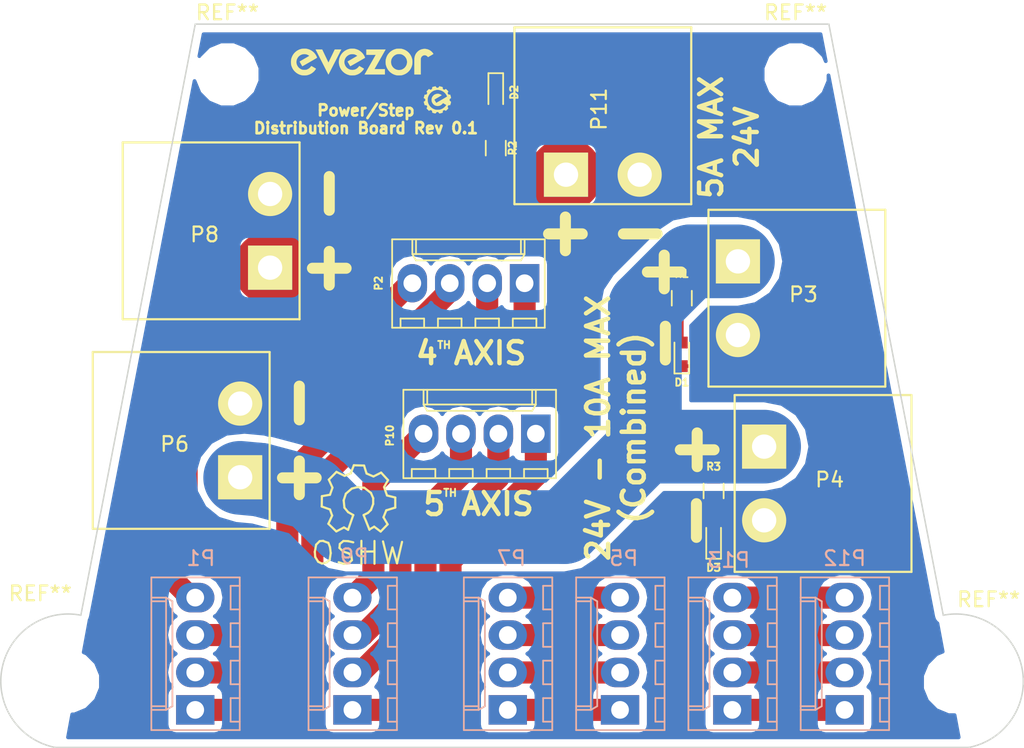
<source format=kicad_pcb>
(kicad_pcb (version 4) (host pcbnew 4.0.2-stable)

  (general
    (links 32)
    (no_connects 0)
    (area 108.731857 75.481 188.194143 130.2954)
    (thickness 1.6)
    (drawings 13)
    (tracks 98)
    (zones 0)
    (modules 26)
    (nets 23)
  )

  (page USLetter)
  (layers
    (0 F.Cu signal)
    (31 B.Cu signal)
    (32 B.Adhes user hide)
    (33 F.Adhes user hide)
    (34 B.Paste user hide)
    (35 F.Paste user hide)
    (36 B.SilkS user)
    (37 F.SilkS user)
    (38 B.Mask user)
    (39 F.Mask user hide)
    (40 Dwgs.User user)
    (41 Cmts.User user)
    (42 Eco1.User user)
    (43 Eco2.User user)
    (44 Edge.Cuts user)
    (45 Margin user)
    (46 B.CrtYd user)
    (47 F.CrtYd user)
    (48 B.Fab user hide)
    (49 F.Fab user hide)
  )

  (setup
    (last_trace_width 0.25)
    (trace_clearance 0.2)
    (zone_clearance 0.508)
    (zone_45_only no)
    (trace_min 0.2)
    (segment_width 0.2)
    (edge_width 0.15)
    (via_size 0.6)
    (via_drill 0.4)
    (via_min_size 0.4)
    (via_min_drill 0.3)
    (uvia_size 0.3)
    (uvia_drill 0.1)
    (uvias_allowed no)
    (uvia_min_size 0.2)
    (uvia_min_drill 0.1)
    (pcb_text_width 0.3)
    (pcb_text_size 1.5 1.5)
    (mod_edge_width 0.15)
    (mod_text_size 1 1)
    (mod_text_width 0.15)
    (pad_size 3 3)
    (pad_drill 1.65)
    (pad_to_mask_clearance 0.2)
    (aux_axis_origin 0 0)
    (visible_elements 7FFFFFFF)
    (pcbplotparams
      (layerselection 0x010f0_80000001)
      (usegerberextensions true)
      (excludeedgelayer true)
      (linewidth 0.100000)
      (plotframeref false)
      (viasonmask false)
      (mode 1)
      (useauxorigin false)
      (hpglpennumber 1)
      (hpglpenspeed 20)
      (hpglpendiameter 15)
      (hpglpenoverlay 2)
      (psnegative false)
      (psa4output false)
      (plotreference true)
      (plotvalue true)
      (plotinvisibletext false)
      (padsonsilk false)
      (subtractmaskfromsilk false)
      (outputformat 1)
      (mirror false)
      (drillshape 0)
      (scaleselection 1)
      (outputdirectory PS_GERBERS/))
  )

  (net 0 "")
  (net 1 "Net-(D1-Pad2)")
  (net 2 "Net-(D2-Pad2)")
  (net 3 "Net-(P1-Pad1)")
  (net 4 "Net-(P1-Pad2)")
  (net 5 "Net-(P1-Pad3)")
  (net 6 "Net-(P1-Pad4)")
  (net 7 "Net-(P3-Pad2)")
  (net 8 "Net-(P5-Pad1)")
  (net 9 "Net-(P5-Pad2)")
  (net 10 "Net-(P5-Pad3)")
  (net 11 "Net-(P5-Pad4)")
  (net 12 "Net-(P11-Pad2)")
  (net 13 "Net-(P10-Pad1)")
  (net 14 "Net-(P10-Pad2)")
  (net 15 "Net-(P10-Pad3)")
  (net 16 "Net-(P10-Pad4)")
  (net 17 "Net-(P12-Pad1)")
  (net 18 "Net-(P12-Pad2)")
  (net 19 "Net-(P12-Pad3)")
  (net 20 "Net-(P12-Pad4)")
  (net 21 "Net-(D3-Pad2)")
  (net 22 GND)

  (net_class Default "This is the default net class."
    (clearance 0.2)
    (trace_width 0.25)
    (via_dia 0.6)
    (via_drill 0.4)
    (uvia_dia 0.3)
    (uvia_drill 0.1)
    (add_net GND)
    (add_net "Net-(D1-Pad2)")
    (add_net "Net-(D2-Pad2)")
    (add_net "Net-(D3-Pad2)")
    (add_net "Net-(P11-Pad2)")
    (add_net "Net-(P3-Pad2)")
  )

  (net_class STEPPER ""
    (clearance 0.2)
    (trace_width 1.5)
    (via_dia 0.6)
    (via_drill 0.4)
    (uvia_dia 0.3)
    (uvia_drill 0.1)
    (add_net "Net-(P1-Pad1)")
    (add_net "Net-(P1-Pad2)")
    (add_net "Net-(P1-Pad3)")
    (add_net "Net-(P1-Pad4)")
    (add_net "Net-(P10-Pad1)")
    (add_net "Net-(P10-Pad2)")
    (add_net "Net-(P10-Pad3)")
    (add_net "Net-(P10-Pad4)")
    (add_net "Net-(P12-Pad1)")
    (add_net "Net-(P12-Pad2)")
    (add_net "Net-(P12-Pad3)")
    (add_net "Net-(P12-Pad4)")
    (add_net "Net-(P5-Pad1)")
    (add_net "Net-(P5-Pad2)")
    (add_net "Net-(P5-Pad3)")
    (add_net "Net-(P5-Pad4)")
  )

  (net_class "WIDE TRACK" ""
    (clearance 0.2)
    (trace_width 5)
    (via_dia 0.6)
    (via_drill 0.4)
    (uvia_dia 0.3)
    (uvia_drill 0.1)
  )

  (module Connectors_Molex:Molex_KK-6410-04_04x2.54mm_Straight (layer F.Cu) (tedit 59E273E3) (tstamp 59E099B1)
    (at 150.114 108.2548 180)
    (descr "Connector Headers with Friction Lock, 22-27-2041, http://www.molex.com/pdm_docs/sd/022272021_sd.pdf")
    (tags "connector molex kk_6410 22-27-2041")
    (path /59E08818)
    (fp_text reference P10 (at 9.906 -0.127 270) (layer F.SilkS)
      (effects (font (size 0.5 0.5) (thickness 0.125)))
    )
    (fp_text value CONN_01X04 (at 3.81 4.5 180) (layer F.Fab)
      (effects (font (size 1 1) (thickness 0.15)))
    )
    (fp_line (start -1.47 -3.12) (end -1.47 3.08) (layer F.Fab) (width 0.12))
    (fp_line (start -1.47 3.08) (end 9.09 3.08) (layer F.Fab) (width 0.12))
    (fp_line (start 9.09 3.08) (end 9.09 -3.12) (layer F.Fab) (width 0.12))
    (fp_line (start 9.09 -3.12) (end -1.47 -3.12) (layer F.Fab) (width 0.12))
    (fp_line (start -1.37 -3.02) (end -1.37 2.98) (layer F.SilkS) (width 0.12))
    (fp_line (start -1.37 2.98) (end 8.99 2.98) (layer F.SilkS) (width 0.12))
    (fp_line (start 8.99 2.98) (end 8.99 -3.02) (layer F.SilkS) (width 0.12))
    (fp_line (start 8.99 -3.02) (end -1.37 -3.02) (layer F.SilkS) (width 0.12))
    (fp_line (start 0 2.98) (end 0 1.98) (layer F.SilkS) (width 0.12))
    (fp_line (start 0 1.98) (end 7.62 1.98) (layer F.SilkS) (width 0.12))
    (fp_line (start 7.62 1.98) (end 7.62 2.98) (layer F.SilkS) (width 0.12))
    (fp_line (start 0 1.98) (end 0.25 1.55) (layer F.SilkS) (width 0.12))
    (fp_line (start 0.25 1.55) (end 7.37 1.55) (layer F.SilkS) (width 0.12))
    (fp_line (start 7.37 1.55) (end 7.62 1.98) (layer F.SilkS) (width 0.12))
    (fp_line (start 0.25 2.98) (end 0.25 1.98) (layer F.SilkS) (width 0.12))
    (fp_line (start 7.37 2.98) (end 7.37 1.98) (layer F.SilkS) (width 0.12))
    (fp_line (start -0.8 -3.02) (end -0.8 -2.4) (layer F.SilkS) (width 0.12))
    (fp_line (start -0.8 -2.4) (end 0.8 -2.4) (layer F.SilkS) (width 0.12))
    (fp_line (start 0.8 -2.4) (end 0.8 -3.02) (layer F.SilkS) (width 0.12))
    (fp_line (start 1.74 -3.02) (end 1.74 -2.4) (layer F.SilkS) (width 0.12))
    (fp_line (start 1.74 -2.4) (end 3.34 -2.4) (layer F.SilkS) (width 0.12))
    (fp_line (start 3.34 -2.4) (end 3.34 -3.02) (layer F.SilkS) (width 0.12))
    (fp_line (start 4.28 -3.02) (end 4.28 -2.4) (layer F.SilkS) (width 0.12))
    (fp_line (start 4.28 -2.4) (end 5.88 -2.4) (layer F.SilkS) (width 0.12))
    (fp_line (start 5.88 -2.4) (end 5.88 -3.02) (layer F.SilkS) (width 0.12))
    (fp_line (start 6.82 -3.02) (end 6.82 -2.4) (layer F.SilkS) (width 0.12))
    (fp_line (start 6.82 -2.4) (end 8.42 -2.4) (layer F.SilkS) (width 0.12))
    (fp_line (start 8.42 -2.4) (end 8.42 -3.02) (layer F.SilkS) (width 0.12))
    (fp_line (start -1.9 3.5) (end -1.9 -3.55) (layer F.CrtYd) (width 0.05))
    (fp_line (start -1.9 -3.55) (end 9.5 -3.55) (layer F.CrtYd) (width 0.05))
    (fp_line (start 9.5 -3.55) (end 9.5 3.5) (layer F.CrtYd) (width 0.05))
    (fp_line (start 9.5 3.5) (end -1.9 3.5) (layer F.CrtYd) (width 0.05))
    (fp_text user %R (at 3.81 0 180) (layer F.Fab)
      (effects (font (size 1 1) (thickness 0.15)))
    )
    (pad 1 thru_hole rect (at 0 0 180) (size 2 2.6) (drill 1.2) (layers *.Cu *.Mask)
      (net 13 "Net-(P10-Pad1)"))
    (pad 2 thru_hole oval (at 2.54 0 180) (size 2 2.6) (drill 1.2) (layers *.Cu *.Mask)
      (net 14 "Net-(P10-Pad2)"))
    (pad 3 thru_hole oval (at 5.08 0 180) (size 2 2.6) (drill 1.2) (layers *.Cu *.Mask)
      (net 15 "Net-(P10-Pad3)"))
    (pad 4 thru_hole oval (at 7.62 0 180) (size 2 2.6) (drill 1.2) (layers *.Cu *.Mask)
      (net 16 "Net-(P10-Pad4)"))
    (model ${KISYS3DMOD}/Connectors_Molex.3dshapes/Molex_KK-6410-04_04x2.54mm_Straight.wrl
      (at (xyz 0 0 0))
      (scale (xyz 1 1 1))
      (rotate (xyz 0 0 0))
    )
  )

  (module Mounting_Holes:MountingHole_3.2mm_M3 (layer F.Cu) (tedit 56D1B4CB) (tstamp 59E52BEB)
    (at 129.1844 83.8708)
    (descr "Mounting Hole 3.2mm, no annular, M3")
    (tags "mounting hole 3.2mm no annular m3")
    (attr virtual)
    (fp_text reference REF** (at 0 -4.2) (layer F.SilkS)
      (effects (font (size 1 1) (thickness 0.15)))
    )
    (fp_text value MountingHole_3.2mm_M3 (at 0 4.2) (layer F.Fab)
      (effects (font (size 1 1) (thickness 0.15)))
    )
    (fp_text user %R (at 0.3 0) (layer F.Fab)
      (effects (font (size 1 1) (thickness 0.15)))
    )
    (fp_circle (center 0 0) (end 3.2 0) (layer Cmts.User) (width 0.15))
    (fp_circle (center 0 0) (end 3.45 0) (layer F.CrtYd) (width 0.05))
    (pad 1 np_thru_hole circle (at 0 0) (size 3.2 3.2) (drill 3.2) (layers *.Cu *.Mask))
  )

  (module Mounting_Holes:MountingHole_3.2mm_M3 (layer F.Cu) (tedit 56D1B4CB) (tstamp 59E52BD5)
    (at 167.7416 83.8708)
    (descr "Mounting Hole 3.2mm, no annular, M3")
    (tags "mounting hole 3.2mm no annular m3")
    (attr virtual)
    (fp_text reference REF** (at 0 -4.2) (layer F.SilkS)
      (effects (font (size 1 1) (thickness 0.15)))
    )
    (fp_text value MountingHole_3.2mm_M3 (at 0 4.2) (layer F.Fab)
      (effects (font (size 1 1) (thickness 0.15)))
    )
    (fp_text user %R (at 0.3 0) (layer F.Fab)
      (effects (font (size 1 1) (thickness 0.15)))
    )
    (fp_circle (center 0 0) (end 3.2 0) (layer Cmts.User) (width 0.15))
    (fp_circle (center 0 0) (end 3.45 0) (layer F.CrtYd) (width 0.05))
    (pad 1 np_thru_hole circle (at 0 0) (size 3.2 3.2) (drill 3.2) (layers *.Cu *.Mask))
  )

  (module Mounting_Holes:MountingHole_3.2mm_M3 (layer F.Cu) (tedit 56D1B4CB) (tstamp 59E52BC2)
    (at 118.364 125.0696)
    (descr "Mounting Hole 3.2mm, no annular, M3")
    (tags "mounting hole 3.2mm no annular m3")
    (attr virtual)
    (fp_text reference REF** (at -1.8796 -5.969) (layer F.SilkS)
      (effects (font (size 1 1) (thickness 0.15)))
    )
    (fp_text value MountingHole_3.2mm_M3 (at 0 4.2) (layer F.Fab)
      (effects (font (size 1 1) (thickness 0.15)))
    )
    (fp_text user %R (at 0.3 0) (layer F.Fab)
      (effects (font (size 1 1) (thickness 0.15)))
    )
    (fp_circle (center 0 0) (end 3.2 0) (layer Cmts.User) (width 0.15))
    (fp_circle (center 0 0) (end 3.45 0) (layer F.CrtYd) (width 0.05))
    (pad 1 np_thru_hole circle (at 0 0) (size 3.2 3.2) (drill 3.2) (layers *.Cu *.Mask))
  )

  (module Connectors_Molex:Molex_KK-6410-04_04x2.54mm_Straight (layer B.Cu) (tedit 59E27278) (tstamp 59E098BC)
    (at 127 127 90)
    (descr "Connector Headers with Friction Lock, 22-27-2041, http://www.molex.com/pdm_docs/sd/022272021_sd.pdf")
    (tags "connector molex kk_6410 22-27-2041")
    (path /59E07C82)
    (fp_text reference P1 (at 10.287 0.381 180) (layer B.SilkS)
      (effects (font (size 1 1) (thickness 0.15)) (justify mirror))
    )
    (fp_text value CONN_01X04 (at 3.81 -4.5 90) (layer B.Fab)
      (effects (font (size 1 1) (thickness 0.15)) (justify mirror))
    )
    (fp_line (start -1.47 3.12) (end -1.47 -3.08) (layer B.Fab) (width 0.12))
    (fp_line (start -1.47 -3.08) (end 9.09 -3.08) (layer B.Fab) (width 0.12))
    (fp_line (start 9.09 -3.08) (end 9.09 3.12) (layer B.Fab) (width 0.12))
    (fp_line (start 9.09 3.12) (end -1.47 3.12) (layer B.Fab) (width 0.12))
    (fp_line (start -1.37 3.02) (end -1.37 -2.98) (layer B.SilkS) (width 0.12))
    (fp_line (start -1.37 -2.98) (end 8.99 -2.98) (layer B.SilkS) (width 0.12))
    (fp_line (start 8.99 -2.98) (end 8.99 3.02) (layer B.SilkS) (width 0.12))
    (fp_line (start 8.99 3.02) (end -1.37 3.02) (layer B.SilkS) (width 0.12))
    (fp_line (start 0 -2.98) (end 0 -1.98) (layer B.SilkS) (width 0.12))
    (fp_line (start 0 -1.98) (end 7.62 -1.98) (layer B.SilkS) (width 0.12))
    (fp_line (start 7.62 -1.98) (end 7.62 -2.98) (layer B.SilkS) (width 0.12))
    (fp_line (start 0 -1.98) (end 0.25 -1.55) (layer B.SilkS) (width 0.12))
    (fp_line (start 0.25 -1.55) (end 7.37 -1.55) (layer B.SilkS) (width 0.12))
    (fp_line (start 7.37 -1.55) (end 7.62 -1.98) (layer B.SilkS) (width 0.12))
    (fp_line (start 0.25 -2.98) (end 0.25 -1.98) (layer B.SilkS) (width 0.12))
    (fp_line (start 7.37 -2.98) (end 7.37 -1.98) (layer B.SilkS) (width 0.12))
    (fp_line (start -0.8 3.02) (end -0.8 2.4) (layer B.SilkS) (width 0.12))
    (fp_line (start -0.8 2.4) (end 0.8 2.4) (layer B.SilkS) (width 0.12))
    (fp_line (start 0.8 2.4) (end 0.8 3.02) (layer B.SilkS) (width 0.12))
    (fp_line (start 1.74 3.02) (end 1.74 2.4) (layer B.SilkS) (width 0.12))
    (fp_line (start 1.74 2.4) (end 3.34 2.4) (layer B.SilkS) (width 0.12))
    (fp_line (start 3.34 2.4) (end 3.34 3.02) (layer B.SilkS) (width 0.12))
    (fp_line (start 4.28 3.02) (end 4.28 2.4) (layer B.SilkS) (width 0.12))
    (fp_line (start 4.28 2.4) (end 5.88 2.4) (layer B.SilkS) (width 0.12))
    (fp_line (start 5.88 2.4) (end 5.88 3.02) (layer B.SilkS) (width 0.12))
    (fp_line (start 6.82 3.02) (end 6.82 2.4) (layer B.SilkS) (width 0.12))
    (fp_line (start 6.82 2.4) (end 8.42 2.4) (layer B.SilkS) (width 0.12))
    (fp_line (start 8.42 2.4) (end 8.42 3.02) (layer B.SilkS) (width 0.12))
    (fp_line (start -1.9 -3.5) (end -1.9 3.55) (layer B.CrtYd) (width 0.05))
    (fp_line (start -1.9 3.55) (end 9.5 3.55) (layer B.CrtYd) (width 0.05))
    (fp_line (start 9.5 3.55) (end 9.5 -3.5) (layer B.CrtYd) (width 0.05))
    (fp_line (start 9.5 -3.5) (end -1.9 -3.5) (layer B.CrtYd) (width 0.05))
    (fp_text user %R (at 3.81 0 90) (layer B.Fab)
      (effects (font (size 1 1) (thickness 0.15)) (justify mirror))
    )
    (pad 1 thru_hole rect (at 0 0 90) (size 2 2.6) (drill 1.2) (layers *.Cu *.Mask)
      (net 3 "Net-(P1-Pad1)"))
    (pad 2 thru_hole oval (at 2.54 0 90) (size 2 2.6) (drill 1.2) (layers *.Cu *.Mask)
      (net 4 "Net-(P1-Pad2)"))
    (pad 3 thru_hole oval (at 5.08 0 90) (size 2 2.6) (drill 1.2) (layers *.Cu *.Mask)
      (net 5 "Net-(P1-Pad3)"))
    (pad 4 thru_hole oval (at 7.62 0 90) (size 2 2.6) (drill 1.2) (layers *.Cu *.Mask)
      (net 6 "Net-(P1-Pad4)"))
    (model ${KISYS3DMOD}/Connectors_Molex.3dshapes/Molex_KK-6410-04_04x2.54mm_Straight.wrl
      (at (xyz 0 0 0))
      (scale (xyz 1 1 1))
      (rotate (xyz 0 0 0))
    )
  )

  (module Connectors_Molex:Molex_KK-6410-04_04x2.54mm_Straight (layer F.Cu) (tedit 59E27401) (tstamp 59E098E5)
    (at 149.352 98.044 180)
    (descr "Connector Headers with Friction Lock, 22-27-2041, http://www.molex.com/pdm_docs/sd/022272021_sd.pdf")
    (tags "connector molex kk_6410 22-27-2041")
    (path /59E07D10)
    (fp_text reference P2 (at 9.906 0 270) (layer F.SilkS)
      (effects (font (size 0.5 0.5) (thickness 0.125)))
    )
    (fp_text value CONN_01X04 (at 3.81 4.5 180) (layer F.Fab)
      (effects (font (size 1 1) (thickness 0.15)))
    )
    (fp_line (start -1.47 -3.12) (end -1.47 3.08) (layer F.Fab) (width 0.12))
    (fp_line (start -1.47 3.08) (end 9.09 3.08) (layer F.Fab) (width 0.12))
    (fp_line (start 9.09 3.08) (end 9.09 -3.12) (layer F.Fab) (width 0.12))
    (fp_line (start 9.09 -3.12) (end -1.47 -3.12) (layer F.Fab) (width 0.12))
    (fp_line (start -1.37 -3.02) (end -1.37 2.98) (layer F.SilkS) (width 0.12))
    (fp_line (start -1.37 2.98) (end 8.99 2.98) (layer F.SilkS) (width 0.12))
    (fp_line (start 8.99 2.98) (end 8.99 -3.02) (layer F.SilkS) (width 0.12))
    (fp_line (start 8.99 -3.02) (end -1.37 -3.02) (layer F.SilkS) (width 0.12))
    (fp_line (start 0 2.98) (end 0 1.98) (layer F.SilkS) (width 0.12))
    (fp_line (start 0 1.98) (end 7.62 1.98) (layer F.SilkS) (width 0.12))
    (fp_line (start 7.62 1.98) (end 7.62 2.98) (layer F.SilkS) (width 0.12))
    (fp_line (start 0 1.98) (end 0.25 1.55) (layer F.SilkS) (width 0.12))
    (fp_line (start 0.25 1.55) (end 7.37 1.55) (layer F.SilkS) (width 0.12))
    (fp_line (start 7.37 1.55) (end 7.62 1.98) (layer F.SilkS) (width 0.12))
    (fp_line (start 0.25 2.98) (end 0.25 1.98) (layer F.SilkS) (width 0.12))
    (fp_line (start 7.37 2.98) (end 7.37 1.98) (layer F.SilkS) (width 0.12))
    (fp_line (start -0.8 -3.02) (end -0.8 -2.4) (layer F.SilkS) (width 0.12))
    (fp_line (start -0.8 -2.4) (end 0.8 -2.4) (layer F.SilkS) (width 0.12))
    (fp_line (start 0.8 -2.4) (end 0.8 -3.02) (layer F.SilkS) (width 0.12))
    (fp_line (start 1.74 -3.02) (end 1.74 -2.4) (layer F.SilkS) (width 0.12))
    (fp_line (start 1.74 -2.4) (end 3.34 -2.4) (layer F.SilkS) (width 0.12))
    (fp_line (start 3.34 -2.4) (end 3.34 -3.02) (layer F.SilkS) (width 0.12))
    (fp_line (start 4.28 -3.02) (end 4.28 -2.4) (layer F.SilkS) (width 0.12))
    (fp_line (start 4.28 -2.4) (end 5.88 -2.4) (layer F.SilkS) (width 0.12))
    (fp_line (start 5.88 -2.4) (end 5.88 -3.02) (layer F.SilkS) (width 0.12))
    (fp_line (start 6.82 -3.02) (end 6.82 -2.4) (layer F.SilkS) (width 0.12))
    (fp_line (start 6.82 -2.4) (end 8.42 -2.4) (layer F.SilkS) (width 0.12))
    (fp_line (start 8.42 -2.4) (end 8.42 -3.02) (layer F.SilkS) (width 0.12))
    (fp_line (start -1.9 3.5) (end -1.9 -3.55) (layer F.CrtYd) (width 0.05))
    (fp_line (start -1.9 -3.55) (end 9.5 -3.55) (layer F.CrtYd) (width 0.05))
    (fp_line (start 9.5 -3.55) (end 9.5 3.5) (layer F.CrtYd) (width 0.05))
    (fp_line (start 9.5 3.5) (end -1.9 3.5) (layer F.CrtYd) (width 0.05))
    (fp_text user %R (at 3.81 0 180) (layer F.Fab)
      (effects (font (size 1 1) (thickness 0.15)))
    )
    (pad 1 thru_hole rect (at 0 0 180) (size 2 2.6) (drill 1.2) (layers *.Cu *.Mask)
      (net 3 "Net-(P1-Pad1)"))
    (pad 2 thru_hole oval (at 2.54 0 180) (size 2 2.6) (drill 1.2) (layers *.Cu *.Mask)
      (net 4 "Net-(P1-Pad2)"))
    (pad 3 thru_hole oval (at 5.08 0 180) (size 2 2.6) (drill 1.2) (layers *.Cu *.Mask)
      (net 5 "Net-(P1-Pad3)"))
    (pad 4 thru_hole oval (at 7.62 0 180) (size 2 2.6) (drill 1.2) (layers *.Cu *.Mask)
      (net 6 "Net-(P1-Pad4)"))
    (model ${KISYS3DMOD}/Connectors_Molex.3dshapes/Molex_KK-6410-04_04x2.54mm_Straight.wrl
      (at (xyz 0 0 0))
      (scale (xyz 1 1 1))
      (rotate (xyz 0 0 0))
    )
  )

  (module Connectors_Molex:Molex_KK-6410-04_04x2.54mm_Straight (layer B.Cu) (tedit 59E27262) (tstamp 59E09922)
    (at 155.829 127 90)
    (descr "Connector Headers with Friction Lock, 22-27-2041, http://www.molex.com/pdm_docs/sd/022272021_sd.pdf")
    (tags "connector molex kk_6410 22-27-2041")
    (path /59E081DD)
    (fp_text reference P5 (at 10.287 0.254 180) (layer B.SilkS)
      (effects (font (size 1 1) (thickness 0.15)) (justify mirror))
    )
    (fp_text value CONN_01X04 (at 3.81 -4.5 90) (layer B.Fab)
      (effects (font (size 1 1) (thickness 0.15)) (justify mirror))
    )
    (fp_line (start -1.47 3.12) (end -1.47 -3.08) (layer B.Fab) (width 0.12))
    (fp_line (start -1.47 -3.08) (end 9.09 -3.08) (layer B.Fab) (width 0.12))
    (fp_line (start 9.09 -3.08) (end 9.09 3.12) (layer B.Fab) (width 0.12))
    (fp_line (start 9.09 3.12) (end -1.47 3.12) (layer B.Fab) (width 0.12))
    (fp_line (start -1.37 3.02) (end -1.37 -2.98) (layer B.SilkS) (width 0.12))
    (fp_line (start -1.37 -2.98) (end 8.99 -2.98) (layer B.SilkS) (width 0.12))
    (fp_line (start 8.99 -2.98) (end 8.99 3.02) (layer B.SilkS) (width 0.12))
    (fp_line (start 8.99 3.02) (end -1.37 3.02) (layer B.SilkS) (width 0.12))
    (fp_line (start 0 -2.98) (end 0 -1.98) (layer B.SilkS) (width 0.12))
    (fp_line (start 0 -1.98) (end 7.62 -1.98) (layer B.SilkS) (width 0.12))
    (fp_line (start 7.62 -1.98) (end 7.62 -2.98) (layer B.SilkS) (width 0.12))
    (fp_line (start 0 -1.98) (end 0.25 -1.55) (layer B.SilkS) (width 0.12))
    (fp_line (start 0.25 -1.55) (end 7.37 -1.55) (layer B.SilkS) (width 0.12))
    (fp_line (start 7.37 -1.55) (end 7.62 -1.98) (layer B.SilkS) (width 0.12))
    (fp_line (start 0.25 -2.98) (end 0.25 -1.98) (layer B.SilkS) (width 0.12))
    (fp_line (start 7.37 -2.98) (end 7.37 -1.98) (layer B.SilkS) (width 0.12))
    (fp_line (start -0.8 3.02) (end -0.8 2.4) (layer B.SilkS) (width 0.12))
    (fp_line (start -0.8 2.4) (end 0.8 2.4) (layer B.SilkS) (width 0.12))
    (fp_line (start 0.8 2.4) (end 0.8 3.02) (layer B.SilkS) (width 0.12))
    (fp_line (start 1.74 3.02) (end 1.74 2.4) (layer B.SilkS) (width 0.12))
    (fp_line (start 1.74 2.4) (end 3.34 2.4) (layer B.SilkS) (width 0.12))
    (fp_line (start 3.34 2.4) (end 3.34 3.02) (layer B.SilkS) (width 0.12))
    (fp_line (start 4.28 3.02) (end 4.28 2.4) (layer B.SilkS) (width 0.12))
    (fp_line (start 4.28 2.4) (end 5.88 2.4) (layer B.SilkS) (width 0.12))
    (fp_line (start 5.88 2.4) (end 5.88 3.02) (layer B.SilkS) (width 0.12))
    (fp_line (start 6.82 3.02) (end 6.82 2.4) (layer B.SilkS) (width 0.12))
    (fp_line (start 6.82 2.4) (end 8.42 2.4) (layer B.SilkS) (width 0.12))
    (fp_line (start 8.42 2.4) (end 8.42 3.02) (layer B.SilkS) (width 0.12))
    (fp_line (start -1.9 -3.5) (end -1.9 3.55) (layer B.CrtYd) (width 0.05))
    (fp_line (start -1.9 3.55) (end 9.5 3.55) (layer B.CrtYd) (width 0.05))
    (fp_line (start 9.5 3.55) (end 9.5 -3.5) (layer B.CrtYd) (width 0.05))
    (fp_line (start 9.5 -3.5) (end -1.9 -3.5) (layer B.CrtYd) (width 0.05))
    (fp_text user %R (at 3.81 0 90) (layer B.Fab)
      (effects (font (size 1 1) (thickness 0.15)) (justify mirror))
    )
    (pad 1 thru_hole rect (at 0 0 90) (size 2 2.6) (drill 1.2) (layers *.Cu *.Mask)
      (net 8 "Net-(P5-Pad1)"))
    (pad 2 thru_hole oval (at 2.54 0 90) (size 2 2.6) (drill 1.2) (layers *.Cu *.Mask)
      (net 9 "Net-(P5-Pad2)"))
    (pad 3 thru_hole oval (at 5.08 0 90) (size 2 2.6) (drill 1.2) (layers *.Cu *.Mask)
      (net 10 "Net-(P5-Pad3)"))
    (pad 4 thru_hole oval (at 7.62 0 90) (size 2 2.6) (drill 1.2) (layers *.Cu *.Mask)
      (net 11 "Net-(P5-Pad4)"))
    (model ${KISYS3DMOD}/Connectors_Molex.3dshapes/Molex_KK-6410-04_04x2.54mm_Straight.wrl
      (at (xyz 0 0 0))
      (scale (xyz 1 1 1))
      (rotate (xyz 0 0 0))
    )
  )

  (module Connectors_Molex:Molex_KK-6410-04_04x2.54mm_Straight (layer B.Cu) (tedit 59E27269) (tstamp 59E09955)
    (at 148.209 127 90)
    (descr "Connector Headers with Friction Lock, 22-27-2041, http://www.molex.com/pdm_docs/sd/022272021_sd.pdf")
    (tags "connector molex kk_6410 22-27-2041")
    (path /59E081E3)
    (fp_text reference P7 (at 10.287 0.254 180) (layer B.SilkS)
      (effects (font (size 1 1) (thickness 0.15)) (justify mirror))
    )
    (fp_text value CONN_01X04 (at 3.81 -4.5 90) (layer B.Fab)
      (effects (font (size 1 1) (thickness 0.15)) (justify mirror))
    )
    (fp_line (start -1.47 3.12) (end -1.47 -3.08) (layer B.Fab) (width 0.12))
    (fp_line (start -1.47 -3.08) (end 9.09 -3.08) (layer B.Fab) (width 0.12))
    (fp_line (start 9.09 -3.08) (end 9.09 3.12) (layer B.Fab) (width 0.12))
    (fp_line (start 9.09 3.12) (end -1.47 3.12) (layer B.Fab) (width 0.12))
    (fp_line (start -1.37 3.02) (end -1.37 -2.98) (layer B.SilkS) (width 0.12))
    (fp_line (start -1.37 -2.98) (end 8.99 -2.98) (layer B.SilkS) (width 0.12))
    (fp_line (start 8.99 -2.98) (end 8.99 3.02) (layer B.SilkS) (width 0.12))
    (fp_line (start 8.99 3.02) (end -1.37 3.02) (layer B.SilkS) (width 0.12))
    (fp_line (start 0 -2.98) (end 0 -1.98) (layer B.SilkS) (width 0.12))
    (fp_line (start 0 -1.98) (end 7.62 -1.98) (layer B.SilkS) (width 0.12))
    (fp_line (start 7.62 -1.98) (end 7.62 -2.98) (layer B.SilkS) (width 0.12))
    (fp_line (start 0 -1.98) (end 0.25 -1.55) (layer B.SilkS) (width 0.12))
    (fp_line (start 0.25 -1.55) (end 7.37 -1.55) (layer B.SilkS) (width 0.12))
    (fp_line (start 7.37 -1.55) (end 7.62 -1.98) (layer B.SilkS) (width 0.12))
    (fp_line (start 0.25 -2.98) (end 0.25 -1.98) (layer B.SilkS) (width 0.12))
    (fp_line (start 7.37 -2.98) (end 7.37 -1.98) (layer B.SilkS) (width 0.12))
    (fp_line (start -0.8 3.02) (end -0.8 2.4) (layer B.SilkS) (width 0.12))
    (fp_line (start -0.8 2.4) (end 0.8 2.4) (layer B.SilkS) (width 0.12))
    (fp_line (start 0.8 2.4) (end 0.8 3.02) (layer B.SilkS) (width 0.12))
    (fp_line (start 1.74 3.02) (end 1.74 2.4) (layer B.SilkS) (width 0.12))
    (fp_line (start 1.74 2.4) (end 3.34 2.4) (layer B.SilkS) (width 0.12))
    (fp_line (start 3.34 2.4) (end 3.34 3.02) (layer B.SilkS) (width 0.12))
    (fp_line (start 4.28 3.02) (end 4.28 2.4) (layer B.SilkS) (width 0.12))
    (fp_line (start 4.28 2.4) (end 5.88 2.4) (layer B.SilkS) (width 0.12))
    (fp_line (start 5.88 2.4) (end 5.88 3.02) (layer B.SilkS) (width 0.12))
    (fp_line (start 6.82 3.02) (end 6.82 2.4) (layer B.SilkS) (width 0.12))
    (fp_line (start 6.82 2.4) (end 8.42 2.4) (layer B.SilkS) (width 0.12))
    (fp_line (start 8.42 2.4) (end 8.42 3.02) (layer B.SilkS) (width 0.12))
    (fp_line (start -1.9 -3.5) (end -1.9 3.55) (layer B.CrtYd) (width 0.05))
    (fp_line (start -1.9 3.55) (end 9.5 3.55) (layer B.CrtYd) (width 0.05))
    (fp_line (start 9.5 3.55) (end 9.5 -3.5) (layer B.CrtYd) (width 0.05))
    (fp_line (start 9.5 -3.5) (end -1.9 -3.5) (layer B.CrtYd) (width 0.05))
    (fp_text user %R (at 3.81 0 90) (layer B.Fab)
      (effects (font (size 1 1) (thickness 0.15)) (justify mirror))
    )
    (pad 1 thru_hole rect (at 0 0 90) (size 2 2.6) (drill 1.2) (layers *.Cu *.Mask)
      (net 8 "Net-(P5-Pad1)"))
    (pad 2 thru_hole oval (at 2.54 0 90) (size 2 2.6) (drill 1.2) (layers *.Cu *.Mask)
      (net 9 "Net-(P5-Pad2)"))
    (pad 3 thru_hole oval (at 5.08 0 90) (size 2 2.6) (drill 1.2) (layers *.Cu *.Mask)
      (net 10 "Net-(P5-Pad3)"))
    (pad 4 thru_hole oval (at 7.62 0 90) (size 2 2.6) (drill 1.2) (layers *.Cu *.Mask)
      (net 11 "Net-(P5-Pad4)"))
    (model ${KISYS3DMOD}/Connectors_Molex.3dshapes/Molex_KK-6410-04_04x2.54mm_Straight.wrl
      (at (xyz 0 0 0))
      (scale (xyz 1 1 1))
      (rotate (xyz 0 0 0))
    )
  )

  (module Connectors_Molex:Molex_KK-6410-04_04x2.54mm_Straight (layer B.Cu) (tedit 59E27272) (tstamp 59E09988)
    (at 137.668 127 90)
    (descr "Connector Headers with Friction Lock, 22-27-2041, http://www.molex.com/pdm_docs/sd/022272021_sd.pdf")
    (tags "connector molex kk_6410 22-27-2041")
    (path /59E08812)
    (fp_text reference P9 (at 10.414 0.127 180) (layer B.SilkS)
      (effects (font (size 1 1) (thickness 0.15)) (justify mirror))
    )
    (fp_text value CONN_01X04 (at 3.81 -4.5 90) (layer B.Fab)
      (effects (font (size 1 1) (thickness 0.15)) (justify mirror))
    )
    (fp_line (start -1.47 3.12) (end -1.47 -3.08) (layer B.Fab) (width 0.12))
    (fp_line (start -1.47 -3.08) (end 9.09 -3.08) (layer B.Fab) (width 0.12))
    (fp_line (start 9.09 -3.08) (end 9.09 3.12) (layer B.Fab) (width 0.12))
    (fp_line (start 9.09 3.12) (end -1.47 3.12) (layer B.Fab) (width 0.12))
    (fp_line (start -1.37 3.02) (end -1.37 -2.98) (layer B.SilkS) (width 0.12))
    (fp_line (start -1.37 -2.98) (end 8.99 -2.98) (layer B.SilkS) (width 0.12))
    (fp_line (start 8.99 -2.98) (end 8.99 3.02) (layer B.SilkS) (width 0.12))
    (fp_line (start 8.99 3.02) (end -1.37 3.02) (layer B.SilkS) (width 0.12))
    (fp_line (start 0 -2.98) (end 0 -1.98) (layer B.SilkS) (width 0.12))
    (fp_line (start 0 -1.98) (end 7.62 -1.98) (layer B.SilkS) (width 0.12))
    (fp_line (start 7.62 -1.98) (end 7.62 -2.98) (layer B.SilkS) (width 0.12))
    (fp_line (start 0 -1.98) (end 0.25 -1.55) (layer B.SilkS) (width 0.12))
    (fp_line (start 0.25 -1.55) (end 7.37 -1.55) (layer B.SilkS) (width 0.12))
    (fp_line (start 7.37 -1.55) (end 7.62 -1.98) (layer B.SilkS) (width 0.12))
    (fp_line (start 0.25 -2.98) (end 0.25 -1.98) (layer B.SilkS) (width 0.12))
    (fp_line (start 7.37 -2.98) (end 7.37 -1.98) (layer B.SilkS) (width 0.12))
    (fp_line (start -0.8 3.02) (end -0.8 2.4) (layer B.SilkS) (width 0.12))
    (fp_line (start -0.8 2.4) (end 0.8 2.4) (layer B.SilkS) (width 0.12))
    (fp_line (start 0.8 2.4) (end 0.8 3.02) (layer B.SilkS) (width 0.12))
    (fp_line (start 1.74 3.02) (end 1.74 2.4) (layer B.SilkS) (width 0.12))
    (fp_line (start 1.74 2.4) (end 3.34 2.4) (layer B.SilkS) (width 0.12))
    (fp_line (start 3.34 2.4) (end 3.34 3.02) (layer B.SilkS) (width 0.12))
    (fp_line (start 4.28 3.02) (end 4.28 2.4) (layer B.SilkS) (width 0.12))
    (fp_line (start 4.28 2.4) (end 5.88 2.4) (layer B.SilkS) (width 0.12))
    (fp_line (start 5.88 2.4) (end 5.88 3.02) (layer B.SilkS) (width 0.12))
    (fp_line (start 6.82 3.02) (end 6.82 2.4) (layer B.SilkS) (width 0.12))
    (fp_line (start 6.82 2.4) (end 8.42 2.4) (layer B.SilkS) (width 0.12))
    (fp_line (start 8.42 2.4) (end 8.42 3.02) (layer B.SilkS) (width 0.12))
    (fp_line (start -1.9 -3.5) (end -1.9 3.55) (layer B.CrtYd) (width 0.05))
    (fp_line (start -1.9 3.55) (end 9.5 3.55) (layer B.CrtYd) (width 0.05))
    (fp_line (start 9.5 3.55) (end 9.5 -3.5) (layer B.CrtYd) (width 0.05))
    (fp_line (start 9.5 -3.5) (end -1.9 -3.5) (layer B.CrtYd) (width 0.05))
    (fp_text user %R (at 3.81 0 90) (layer B.Fab)
      (effects (font (size 1 1) (thickness 0.15)) (justify mirror))
    )
    (pad 1 thru_hole rect (at 0 0 90) (size 2 2.6) (drill 1.2) (layers *.Cu *.Mask)
      (net 13 "Net-(P10-Pad1)"))
    (pad 2 thru_hole oval (at 2.54 0 90) (size 2 2.6) (drill 1.2) (layers *.Cu *.Mask)
      (net 14 "Net-(P10-Pad2)"))
    (pad 3 thru_hole oval (at 5.08 0 90) (size 2 2.6) (drill 1.2) (layers *.Cu *.Mask)
      (net 15 "Net-(P10-Pad3)"))
    (pad 4 thru_hole oval (at 7.62 0 90) (size 2 2.6) (drill 1.2) (layers *.Cu *.Mask)
      (net 16 "Net-(P10-Pad4)"))
    (model ${KISYS3DMOD}/Connectors_Molex.3dshapes/Molex_KK-6410-04_04x2.54mm_Straight.wrl
      (at (xyz 0 0 0))
      (scale (xyz 1 1 1))
      (rotate (xyz 0 0 0))
    )
  )

  (module Connectors_Molex:Molex_KK-6410-04_04x2.54mm_Straight (layer B.Cu) (tedit 59E27253) (tstamp 59E099E4)
    (at 171.069 127 90)
    (descr "Connector Headers with Friction Lock, 22-27-2041, http://www.molex.com/pdm_docs/sd/022272021_sd.pdf")
    (tags "connector molex kk_6410 22-27-2041")
    (path /59E08822)
    (fp_text reference P12 (at 10.287 0 180) (layer B.SilkS)
      (effects (font (size 1 1) (thickness 0.15)) (justify mirror))
    )
    (fp_text value CONN_01X04 (at 3.81 -4.5 90) (layer B.Fab)
      (effects (font (size 1 1) (thickness 0.15)) (justify mirror))
    )
    (fp_line (start -1.47 3.12) (end -1.47 -3.08) (layer B.Fab) (width 0.12))
    (fp_line (start -1.47 -3.08) (end 9.09 -3.08) (layer B.Fab) (width 0.12))
    (fp_line (start 9.09 -3.08) (end 9.09 3.12) (layer B.Fab) (width 0.12))
    (fp_line (start 9.09 3.12) (end -1.47 3.12) (layer B.Fab) (width 0.12))
    (fp_line (start -1.37 3.02) (end -1.37 -2.98) (layer B.SilkS) (width 0.12))
    (fp_line (start -1.37 -2.98) (end 8.99 -2.98) (layer B.SilkS) (width 0.12))
    (fp_line (start 8.99 -2.98) (end 8.99 3.02) (layer B.SilkS) (width 0.12))
    (fp_line (start 8.99 3.02) (end -1.37 3.02) (layer B.SilkS) (width 0.12))
    (fp_line (start 0 -2.98) (end 0 -1.98) (layer B.SilkS) (width 0.12))
    (fp_line (start 0 -1.98) (end 7.62 -1.98) (layer B.SilkS) (width 0.12))
    (fp_line (start 7.62 -1.98) (end 7.62 -2.98) (layer B.SilkS) (width 0.12))
    (fp_line (start 0 -1.98) (end 0.25 -1.55) (layer B.SilkS) (width 0.12))
    (fp_line (start 0.25 -1.55) (end 7.37 -1.55) (layer B.SilkS) (width 0.12))
    (fp_line (start 7.37 -1.55) (end 7.62 -1.98) (layer B.SilkS) (width 0.12))
    (fp_line (start 0.25 -2.98) (end 0.25 -1.98) (layer B.SilkS) (width 0.12))
    (fp_line (start 7.37 -2.98) (end 7.37 -1.98) (layer B.SilkS) (width 0.12))
    (fp_line (start -0.8 3.02) (end -0.8 2.4) (layer B.SilkS) (width 0.12))
    (fp_line (start -0.8 2.4) (end 0.8 2.4) (layer B.SilkS) (width 0.12))
    (fp_line (start 0.8 2.4) (end 0.8 3.02) (layer B.SilkS) (width 0.12))
    (fp_line (start 1.74 3.02) (end 1.74 2.4) (layer B.SilkS) (width 0.12))
    (fp_line (start 1.74 2.4) (end 3.34 2.4) (layer B.SilkS) (width 0.12))
    (fp_line (start 3.34 2.4) (end 3.34 3.02) (layer B.SilkS) (width 0.12))
    (fp_line (start 4.28 3.02) (end 4.28 2.4) (layer B.SilkS) (width 0.12))
    (fp_line (start 4.28 2.4) (end 5.88 2.4) (layer B.SilkS) (width 0.12))
    (fp_line (start 5.88 2.4) (end 5.88 3.02) (layer B.SilkS) (width 0.12))
    (fp_line (start 6.82 3.02) (end 6.82 2.4) (layer B.SilkS) (width 0.12))
    (fp_line (start 6.82 2.4) (end 8.42 2.4) (layer B.SilkS) (width 0.12))
    (fp_line (start 8.42 2.4) (end 8.42 3.02) (layer B.SilkS) (width 0.12))
    (fp_line (start -1.9 -3.5) (end -1.9 3.55) (layer B.CrtYd) (width 0.05))
    (fp_line (start -1.9 3.55) (end 9.5 3.55) (layer B.CrtYd) (width 0.05))
    (fp_line (start 9.5 3.55) (end 9.5 -3.5) (layer B.CrtYd) (width 0.05))
    (fp_line (start 9.5 -3.5) (end -1.9 -3.5) (layer B.CrtYd) (width 0.05))
    (fp_text user %R (at 3.81 0 90) (layer B.Fab)
      (effects (font (size 1 1) (thickness 0.15)) (justify mirror))
    )
    (pad 1 thru_hole rect (at 0 0 90) (size 2 2.6) (drill 1.2) (layers *.Cu *.Mask)
      (net 17 "Net-(P12-Pad1)"))
    (pad 2 thru_hole oval (at 2.54 0 90) (size 2 2.6) (drill 1.2) (layers *.Cu *.Mask)
      (net 18 "Net-(P12-Pad2)"))
    (pad 3 thru_hole oval (at 5.08 0 90) (size 2 2.6) (drill 1.2) (layers *.Cu *.Mask)
      (net 19 "Net-(P12-Pad3)"))
    (pad 4 thru_hole oval (at 7.62 0 90) (size 2 2.6) (drill 1.2) (layers *.Cu *.Mask)
      (net 20 "Net-(P12-Pad4)"))
    (model ${KISYS3DMOD}/Connectors_Molex.3dshapes/Molex_KK-6410-04_04x2.54mm_Straight.wrl
      (at (xyz 0 0 0))
      (scale (xyz 1 1 1))
      (rotate (xyz 0 0 0))
    )
  )

  (module Connectors_Molex:Molex_KK-6410-04_04x2.54mm_Straight (layer B.Cu) (tedit 59E2725B) (tstamp 59E09A0D)
    (at 163.449 127 90)
    (descr "Connector Headers with Friction Lock, 22-27-2041, http://www.molex.com/pdm_docs/sd/022272021_sd.pdf")
    (tags "connector molex kk_6410 22-27-2041")
    (path /59E08828)
    (fp_text reference P13 (at 10.16 -0.254 180) (layer B.SilkS)
      (effects (font (size 1 1) (thickness 0.15)) (justify mirror))
    )
    (fp_text value CONN_01X04 (at 3.81 -4.5 90) (layer B.Fab)
      (effects (font (size 1 1) (thickness 0.15)) (justify mirror))
    )
    (fp_line (start -1.47 3.12) (end -1.47 -3.08) (layer B.Fab) (width 0.12))
    (fp_line (start -1.47 -3.08) (end 9.09 -3.08) (layer B.Fab) (width 0.12))
    (fp_line (start 9.09 -3.08) (end 9.09 3.12) (layer B.Fab) (width 0.12))
    (fp_line (start 9.09 3.12) (end -1.47 3.12) (layer B.Fab) (width 0.12))
    (fp_line (start -1.37 3.02) (end -1.37 -2.98) (layer B.SilkS) (width 0.12))
    (fp_line (start -1.37 -2.98) (end 8.99 -2.98) (layer B.SilkS) (width 0.12))
    (fp_line (start 8.99 -2.98) (end 8.99 3.02) (layer B.SilkS) (width 0.12))
    (fp_line (start 8.99 3.02) (end -1.37 3.02) (layer B.SilkS) (width 0.12))
    (fp_line (start 0 -2.98) (end 0 -1.98) (layer B.SilkS) (width 0.12))
    (fp_line (start 0 -1.98) (end 7.62 -1.98) (layer B.SilkS) (width 0.12))
    (fp_line (start 7.62 -1.98) (end 7.62 -2.98) (layer B.SilkS) (width 0.12))
    (fp_line (start 0 -1.98) (end 0.25 -1.55) (layer B.SilkS) (width 0.12))
    (fp_line (start 0.25 -1.55) (end 7.37 -1.55) (layer B.SilkS) (width 0.12))
    (fp_line (start 7.37 -1.55) (end 7.62 -1.98) (layer B.SilkS) (width 0.12))
    (fp_line (start 0.25 -2.98) (end 0.25 -1.98) (layer B.SilkS) (width 0.12))
    (fp_line (start 7.37 -2.98) (end 7.37 -1.98) (layer B.SilkS) (width 0.12))
    (fp_line (start -0.8 3.02) (end -0.8 2.4) (layer B.SilkS) (width 0.12))
    (fp_line (start -0.8 2.4) (end 0.8 2.4) (layer B.SilkS) (width 0.12))
    (fp_line (start 0.8 2.4) (end 0.8 3.02) (layer B.SilkS) (width 0.12))
    (fp_line (start 1.74 3.02) (end 1.74 2.4) (layer B.SilkS) (width 0.12))
    (fp_line (start 1.74 2.4) (end 3.34 2.4) (layer B.SilkS) (width 0.12))
    (fp_line (start 3.34 2.4) (end 3.34 3.02) (layer B.SilkS) (width 0.12))
    (fp_line (start 4.28 3.02) (end 4.28 2.4) (layer B.SilkS) (width 0.12))
    (fp_line (start 4.28 2.4) (end 5.88 2.4) (layer B.SilkS) (width 0.12))
    (fp_line (start 5.88 2.4) (end 5.88 3.02) (layer B.SilkS) (width 0.12))
    (fp_line (start 6.82 3.02) (end 6.82 2.4) (layer B.SilkS) (width 0.12))
    (fp_line (start 6.82 2.4) (end 8.42 2.4) (layer B.SilkS) (width 0.12))
    (fp_line (start 8.42 2.4) (end 8.42 3.02) (layer B.SilkS) (width 0.12))
    (fp_line (start -1.9 -3.5) (end -1.9 3.55) (layer B.CrtYd) (width 0.05))
    (fp_line (start -1.9 3.55) (end 9.5 3.55) (layer B.CrtYd) (width 0.05))
    (fp_line (start 9.5 3.55) (end 9.5 -3.5) (layer B.CrtYd) (width 0.05))
    (fp_line (start 9.5 -3.5) (end -1.9 -3.5) (layer B.CrtYd) (width 0.05))
    (fp_text user %R (at 3.81 0 90) (layer B.Fab)
      (effects (font (size 1 1) (thickness 0.15)) (justify mirror))
    )
    (pad 1 thru_hole rect (at 0 0 90) (size 2 2.6) (drill 1.2) (layers *.Cu *.Mask)
      (net 17 "Net-(P12-Pad1)"))
    (pad 2 thru_hole oval (at 2.54 0 90) (size 2 2.6) (drill 1.2) (layers *.Cu *.Mask)
      (net 18 "Net-(P12-Pad2)"))
    (pad 3 thru_hole oval (at 5.08 0 90) (size 2 2.6) (drill 1.2) (layers *.Cu *.Mask)
      (net 19 "Net-(P12-Pad3)"))
    (pad 4 thru_hole oval (at 7.62 0 90) (size 2 2.6) (drill 1.2) (layers *.Cu *.Mask)
      (net 20 "Net-(P12-Pad4)"))
    (model ${KISYS3DMOD}/Connectors_Molex.3dshapes/Molex_KK-6410-04_04x2.54mm_Straight.wrl
      (at (xyz 0 0 0))
      (scale (xyz 1 1 1))
      (rotate (xyz 0 0 0))
    )
  )

  (module LEDs:LED_0603 (layer F.Cu) (tedit 59E2741D) (tstamp 59E09880)
    (at 160.02 102.87 90)
    (descr "LED 0603 smd package")
    (tags "LED led 0603 SMD smd SMT smt smdled SMDLED smtled SMTLED")
    (path /59E0909A)
    (attr smd)
    (fp_text reference D1 (at -1.905 0 180) (layer F.SilkS)
      (effects (font (size 0.5 0.5) (thickness 0.125)))
    )
    (fp_text value LED (at 0 1.35 90) (layer F.Fab)
      (effects (font (size 1 1) (thickness 0.15)))
    )
    (fp_line (start -1.3 -0.5) (end -1.3 0.5) (layer F.SilkS) (width 0.12))
    (fp_line (start -0.2 -0.2) (end -0.2 0.2) (layer F.Fab) (width 0.1))
    (fp_line (start -0.15 0) (end 0.15 -0.2) (layer F.Fab) (width 0.1))
    (fp_line (start 0.15 0.2) (end -0.15 0) (layer F.Fab) (width 0.1))
    (fp_line (start 0.15 -0.2) (end 0.15 0.2) (layer F.Fab) (width 0.1))
    (fp_line (start 0.8 0.4) (end -0.8 0.4) (layer F.Fab) (width 0.1))
    (fp_line (start 0.8 -0.4) (end 0.8 0.4) (layer F.Fab) (width 0.1))
    (fp_line (start -0.8 -0.4) (end 0.8 -0.4) (layer F.Fab) (width 0.1))
    (fp_line (start -0.8 0.4) (end -0.8 -0.4) (layer F.Fab) (width 0.1))
    (fp_line (start -1.3 0.5) (end 0.8 0.5) (layer F.SilkS) (width 0.12))
    (fp_line (start -1.3 -0.5) (end 0.8 -0.5) (layer F.SilkS) (width 0.12))
    (fp_line (start 1.45 -0.65) (end 1.45 0.65) (layer F.CrtYd) (width 0.05))
    (fp_line (start 1.45 0.65) (end -1.45 0.65) (layer F.CrtYd) (width 0.05))
    (fp_line (start -1.45 0.65) (end -1.45 -0.65) (layer F.CrtYd) (width 0.05))
    (fp_line (start -1.45 -0.65) (end 1.45 -0.65) (layer F.CrtYd) (width 0.05))
    (pad 2 smd rect (at 0.8 0 270) (size 0.8 0.8) (layers F.Cu F.Paste F.Mask)
      (net 1 "Net-(D1-Pad2)"))
    (pad 1 smd rect (at -0.8 0 270) (size 0.8 0.8) (layers F.Cu F.Paste F.Mask)
      (net 22 GND))
    (model ${KISYS3DMOD}/LEDs.3dshapes/LED_0603.wrl
      (at (xyz 0 0 0))
      (scale (xyz 1 1 1))
      (rotate (xyz 0 0 180))
    )
  )

  (module LEDs:LED_0603 (layer F.Cu) (tedit 59E26EAF) (tstamp 59E09893)
    (at 147.3962 85.09 270)
    (descr "LED 0603 smd package")
    (tags "LED led 0603 SMD smd SMT smt smdled SMDLED smtled SMTLED")
    (path /59E098E6)
    (attr smd)
    (fp_text reference D2 (at 0 -1.25 270) (layer F.SilkS)
      (effects (font (size 0.5 0.5) (thickness 0.125)))
    )
    (fp_text value LED (at 0 1.35 270) (layer F.Fab)
      (effects (font (size 1 1) (thickness 0.15)))
    )
    (fp_line (start -1.3 -0.5) (end -1.3 0.5) (layer F.SilkS) (width 0.12))
    (fp_line (start -0.2 -0.2) (end -0.2 0.2) (layer F.Fab) (width 0.1))
    (fp_line (start -0.15 0) (end 0.15 -0.2) (layer F.Fab) (width 0.1))
    (fp_line (start 0.15 0.2) (end -0.15 0) (layer F.Fab) (width 0.1))
    (fp_line (start 0.15 -0.2) (end 0.15 0.2) (layer F.Fab) (width 0.1))
    (fp_line (start 0.8 0.4) (end -0.8 0.4) (layer F.Fab) (width 0.1))
    (fp_line (start 0.8 -0.4) (end 0.8 0.4) (layer F.Fab) (width 0.1))
    (fp_line (start -0.8 -0.4) (end 0.8 -0.4) (layer F.Fab) (width 0.1))
    (fp_line (start -0.8 0.4) (end -0.8 -0.4) (layer F.Fab) (width 0.1))
    (fp_line (start -1.3 0.5) (end 0.8 0.5) (layer F.SilkS) (width 0.12))
    (fp_line (start -1.3 -0.5) (end 0.8 -0.5) (layer F.SilkS) (width 0.12))
    (fp_line (start 1.45 -0.65) (end 1.45 0.65) (layer F.CrtYd) (width 0.05))
    (fp_line (start 1.45 0.65) (end -1.45 0.65) (layer F.CrtYd) (width 0.05))
    (fp_line (start -1.45 0.65) (end -1.45 -0.65) (layer F.CrtYd) (width 0.05))
    (fp_line (start -1.45 -0.65) (end 1.45 -0.65) (layer F.CrtYd) (width 0.05))
    (pad 2 smd rect (at 0.8 0 90) (size 0.8 0.8) (layers F.Cu F.Paste F.Mask)
      (net 2 "Net-(D2-Pad2)"))
    (pad 1 smd rect (at -0.8 0 90) (size 0.8 0.8) (layers F.Cu F.Paste F.Mask)
      (net 22 GND))
    (model ${KISYS3DMOD}/LEDs.3dshapes/LED_0603.wrl
      (at (xyz 0 0 0))
      (scale (xyz 1 1 1))
      (rotate (xyz 0 0 180))
    )
  )

  (module LEDs:LED_0603 (layer F.Cu) (tedit 59E27412) (tstamp 59E0AEC7)
    (at 162.179 115.443 90)
    (descr "LED 0603 smd package")
    (tags "LED led 0603 SMD smd SMT smt smdled SMDLED smtled SMTLED")
    (path /59E0AF4A)
    (attr smd)
    (fp_text reference D3 (at -1.905 0 180) (layer F.SilkS)
      (effects (font (size 0.5 0.5) (thickness 0.125)))
    )
    (fp_text value LED (at 0 1.35 90) (layer F.Fab)
      (effects (font (size 1 1) (thickness 0.15)))
    )
    (fp_line (start -1.3 -0.5) (end -1.3 0.5) (layer F.SilkS) (width 0.12))
    (fp_line (start -0.2 -0.2) (end -0.2 0.2) (layer F.Fab) (width 0.1))
    (fp_line (start -0.15 0) (end 0.15 -0.2) (layer F.Fab) (width 0.1))
    (fp_line (start 0.15 0.2) (end -0.15 0) (layer F.Fab) (width 0.1))
    (fp_line (start 0.15 -0.2) (end 0.15 0.2) (layer F.Fab) (width 0.1))
    (fp_line (start 0.8 0.4) (end -0.8 0.4) (layer F.Fab) (width 0.1))
    (fp_line (start 0.8 -0.4) (end 0.8 0.4) (layer F.Fab) (width 0.1))
    (fp_line (start -0.8 -0.4) (end 0.8 -0.4) (layer F.Fab) (width 0.1))
    (fp_line (start -0.8 0.4) (end -0.8 -0.4) (layer F.Fab) (width 0.1))
    (fp_line (start -1.3 0.5) (end 0.8 0.5) (layer F.SilkS) (width 0.12))
    (fp_line (start -1.3 -0.5) (end 0.8 -0.5) (layer F.SilkS) (width 0.12))
    (fp_line (start 1.45 -0.65) (end 1.45 0.65) (layer F.CrtYd) (width 0.05))
    (fp_line (start 1.45 0.65) (end -1.45 0.65) (layer F.CrtYd) (width 0.05))
    (fp_line (start -1.45 0.65) (end -1.45 -0.65) (layer F.CrtYd) (width 0.05))
    (fp_line (start -1.45 -0.65) (end 1.45 -0.65) (layer F.CrtYd) (width 0.05))
    (pad 2 smd rect (at 0.8 0 270) (size 0.8 0.8) (layers F.Cu F.Paste F.Mask)
      (net 21 "Net-(D3-Pad2)"))
    (pad 1 smd rect (at -0.8 0 270) (size 0.8 0.8) (layers F.Cu F.Paste F.Mask)
      (net 22 GND))
    (model ${KISYS3DMOD}/LEDs.3dshapes/LED_0603.wrl
      (at (xyz 0 0 0))
      (scale (xyz 1 1 1))
      (rotate (xyz 0 0 180))
    )
  )

  (module Resistors_SMD:R_0603 (layer F.Cu) (tedit 59E26EBE) (tstamp 59E09A39)
    (at 147.3962 88.8746 270)
    (descr "Resistor SMD 0603, reflow soldering, Vishay (see dcrcw.pdf)")
    (tags "resistor 0603")
    (path /59E098E0)
    (attr smd)
    (fp_text reference R2 (at 0 -1.143 270) (layer F.SilkS)
      (effects (font (size 0.5 0.5) (thickness 0.125)))
    )
    (fp_text value R (at 0 1.5 270) (layer F.Fab)
      (effects (font (size 1 1) (thickness 0.15)))
    )
    (fp_text user %R (at -0.0388 0 270) (layer F.Fab)
      (effects (font (size 0.4 0.4) (thickness 0.075)))
    )
    (fp_line (start -0.8 0.4) (end -0.8 -0.4) (layer F.Fab) (width 0.1))
    (fp_line (start 0.8 0.4) (end -0.8 0.4) (layer F.Fab) (width 0.1))
    (fp_line (start 0.8 -0.4) (end 0.8 0.4) (layer F.Fab) (width 0.1))
    (fp_line (start -0.8 -0.4) (end 0.8 -0.4) (layer F.Fab) (width 0.1))
    (fp_line (start 0.5 0.68) (end -0.5 0.68) (layer F.SilkS) (width 0.12))
    (fp_line (start -0.5 -0.68) (end 0.5 -0.68) (layer F.SilkS) (width 0.12))
    (fp_line (start -1.25 -0.7) (end 1.25 -0.7) (layer F.CrtYd) (width 0.05))
    (fp_line (start -1.25 -0.7) (end -1.25 0.7) (layer F.CrtYd) (width 0.05))
    (fp_line (start 1.25 0.7) (end 1.25 -0.7) (layer F.CrtYd) (width 0.05))
    (fp_line (start 1.25 0.7) (end -1.25 0.7) (layer F.CrtYd) (width 0.05))
    (pad 1 smd rect (at -0.75 0 270) (size 0.5 0.9) (layers F.Cu F.Paste F.Mask)
      (net 2 "Net-(D2-Pad2)"))
    (pad 2 smd rect (at 0.75 0 270) (size 0.5 0.9) (layers F.Cu F.Paste F.Mask)
      (net 12 "Net-(P11-Pad2)"))
    (model ${KISYS3DMOD}/Resistors_SMD.3dshapes/R_0603.wrl
      (at (xyz 0 0 0))
      (scale (xyz 1 1 1))
      (rotate (xyz 0 0 0))
    )
  )

  (module Resistors_SMD:R_0603 (layer F.Cu) (tedit 59E26E6B) (tstamp 59E0AEDD)
    (at 162.179 112.141 90)
    (descr "Resistor SMD 0603, reflow soldering, Vishay (see dcrcw.pdf)")
    (tags "resistor 0603")
    (path /59E0AF44)
    (attr smd)
    (fp_text reference R3 (at 1.651 0 180) (layer F.SilkS)
      (effects (font (size 0.5 0.5) (thickness 0.125)))
    )
    (fp_text value R (at 0 1.5 90) (layer F.Fab)
      (effects (font (size 1 1) (thickness 0.15)))
    )
    (fp_text user %R (at 0 0 90) (layer F.Fab)
      (effects (font (size 0.4 0.4) (thickness 0.075)))
    )
    (fp_line (start -0.8 0.4) (end -0.8 -0.4) (layer F.Fab) (width 0.1))
    (fp_line (start 0.8 0.4) (end -0.8 0.4) (layer F.Fab) (width 0.1))
    (fp_line (start 0.8 -0.4) (end 0.8 0.4) (layer F.Fab) (width 0.1))
    (fp_line (start -0.8 -0.4) (end 0.8 -0.4) (layer F.Fab) (width 0.1))
    (fp_line (start 0.5 0.68) (end -0.5 0.68) (layer F.SilkS) (width 0.12))
    (fp_line (start -0.5 -0.68) (end 0.5 -0.68) (layer F.SilkS) (width 0.12))
    (fp_line (start -1.25 -0.7) (end 1.25 -0.7) (layer F.CrtYd) (width 0.05))
    (fp_line (start -1.25 -0.7) (end -1.25 0.7) (layer F.CrtYd) (width 0.05))
    (fp_line (start 1.25 0.7) (end 1.25 -0.7) (layer F.CrtYd) (width 0.05))
    (fp_line (start 1.25 0.7) (end -1.25 0.7) (layer F.CrtYd) (width 0.05))
    (pad 1 smd rect (at -0.75 0 90) (size 0.5 0.9) (layers F.Cu F.Paste F.Mask)
      (net 21 "Net-(D3-Pad2)"))
    (pad 2 smd rect (at 0.75 0 90) (size 0.5 0.9) (layers F.Cu F.Paste F.Mask)
      (net 7 "Net-(P3-Pad2)"))
    (model ${KISYS3DMOD}/Resistors_SMD.3dshapes/R_0603.wrl
      (at (xyz 0 0 0))
      (scale (xyz 1 1 1))
      (rotate (xyz 0 0 0))
    )
  )

  (module Resistors_SMD:R_0603 (layer F.Cu) (tedit 59E27421) (tstamp 59E09A23)
    (at 160.02 99.06 90)
    (descr "Resistor SMD 0603, reflow soldering, Vishay (see dcrcw.pdf)")
    (tags "resistor 0603")
    (path /59E0902D)
    (attr smd)
    (fp_text reference R1 (at 1.651 0 180) (layer F.SilkS)
      (effects (font (size 0.5 0.5) (thickness 0.125)))
    )
    (fp_text value R (at 0 1.5 90) (layer F.Fab)
      (effects (font (size 1 1) (thickness 0.15)))
    )
    (fp_text user %R (at 0 0 90) (layer F.Fab)
      (effects (font (size 0.4 0.4) (thickness 0.075)))
    )
    (fp_line (start -0.8 0.4) (end -0.8 -0.4) (layer F.Fab) (width 0.1))
    (fp_line (start 0.8 0.4) (end -0.8 0.4) (layer F.Fab) (width 0.1))
    (fp_line (start 0.8 -0.4) (end 0.8 0.4) (layer F.Fab) (width 0.1))
    (fp_line (start -0.8 -0.4) (end 0.8 -0.4) (layer F.Fab) (width 0.1))
    (fp_line (start 0.5 0.68) (end -0.5 0.68) (layer F.SilkS) (width 0.12))
    (fp_line (start -0.5 -0.68) (end 0.5 -0.68) (layer F.SilkS) (width 0.12))
    (fp_line (start -1.25 -0.7) (end 1.25 -0.7) (layer F.CrtYd) (width 0.05))
    (fp_line (start -1.25 -0.7) (end -1.25 0.7) (layer F.CrtYd) (width 0.05))
    (fp_line (start 1.25 0.7) (end 1.25 -0.7) (layer F.CrtYd) (width 0.05))
    (fp_line (start 1.25 0.7) (end -1.25 0.7) (layer F.CrtYd) (width 0.05))
    (pad 1 smd rect (at -0.75 0 90) (size 0.5 0.9) (layers F.Cu F.Paste F.Mask)
      (net 1 "Net-(D1-Pad2)"))
    (pad 2 smd rect (at 0.75 0 90) (size 0.5 0.9) (layers F.Cu F.Paste F.Mask)
      (net 7 "Net-(P3-Pad2)"))
    (model ${KISYS3DMOD}/Resistors_SMD.3dshapes/R_0603.wrl
      (at (xyz 0 0 0))
      (scale (xyz 1 1 1))
      (rotate (xyz 0 0 0))
    )
  )

  (module Mounting_Holes:MountingHole_3.2mm_M3 (layer F.Cu) (tedit 56D1B4CB) (tstamp 59E52B97)
    (at 178.562 125.1204)
    (descr "Mounting Hole 3.2mm, no annular, M3")
    (tags "mounting hole 3.2mm no annular m3")
    (attr virtual)
    (fp_text reference REF** (at 2.286 -5.6134) (layer F.SilkS)
      (effects (font (size 1 1) (thickness 0.15)))
    )
    (fp_text value MountingHole_3.2mm_M3 (at 0 4.2) (layer F.Fab)
      (effects (font (size 1 1) (thickness 0.15)))
    )
    (fp_text user %R (at 0.3 0) (layer F.Fab)
      (effects (font (size 1 1) (thickness 0.15)))
    )
    (fp_circle (center 0 0) (end 3.2 0) (layer Cmts.User) (width 0.15))
    (fp_circle (center 0 0) (end 3.45 0) (layer F.CrtYd) (width 0.05))
    (pad 1 np_thru_hole circle (at 0 0) (size 3.2 3.2) (drill 3.2) (layers *.Cu *.Mask))
  )

  (module ASSETS:CONN_ON_SHORE_2x_15A (layer F.Cu) (tedit 59E52C71) (tstamp 59E0995F)
    (at 132.08 94.488 270)
    (path /59DE1578)
    (fp_text reference P8 (at 0.254 4.445 360) (layer F.SilkS)
      (effects (font (size 1 1) (thickness 0.15)))
    )
    (fp_text value CONN_01X02 (at -1.016 14.072 270) (layer F.Fab)
      (effects (font (size 1 1) (thickness 0.15)))
    )
    (fp_text user - (at -2.54 -3.81 270) (layer F.SilkS)
      (effects (font (size 3 3) (thickness 0.75)))
    )
    (fp_text user + (at 2.54 -3.81 270) (layer F.SilkS)
      (effects (font (size 3 3) (thickness 0.75)))
    )
    (fp_line (start -6 -2) (end -6 10) (layer F.SilkS) (width 0.15))
    (fp_line (start -6 -2) (end 6 -2) (layer F.SilkS) (width 0.15))
    (fp_line (start 6 -2) (end 6 10) (layer F.SilkS) (width 0.15))
    (fp_line (start 6 10) (end -6 10) (layer F.SilkS) (width 0.15))
    (pad 1 thru_hole circle (at -2.5 0 270) (size 3 3) (drill 1.65) (layers *.Cu *.Mask F.SilkS)
      (net 22 GND))
    (pad 2 thru_hole rect (at 2.5 0 270) (size 3 3) (drill 1.65) (layers *.Cu *.Mask F.SilkS)
      (net 12 "Net-(P11-Pad2)"))
  )

  (module ASSETS:CONN_ON_SHORE_2x_15A (layer F.Cu) (tedit 59E52C71) (tstamp 59E099BB)
    (at 154.6606 90.678 180)
    (path /59DE15C8)
    (fp_text reference P11 (at 0.254 4.445 270) (layer F.SilkS)
      (effects (font (size 1 1) (thickness 0.15)))
    )
    (fp_text value CONN_01X02 (at -1.016 14.072 180) (layer F.Fab)
      (effects (font (size 1 1) (thickness 0.15)))
    )
    (fp_text user - (at -2.54 -3.81 180) (layer F.SilkS)
      (effects (font (size 3 3) (thickness 0.75)))
    )
    (fp_text user + (at 2.54 -3.81 180) (layer F.SilkS)
      (effects (font (size 3 3) (thickness 0.75)))
    )
    (fp_line (start -6 -2) (end -6 10) (layer F.SilkS) (width 0.15))
    (fp_line (start -6 -2) (end 6 -2) (layer F.SilkS) (width 0.15))
    (fp_line (start 6 -2) (end 6 10) (layer F.SilkS) (width 0.15))
    (fp_line (start 6 10) (end -6 10) (layer F.SilkS) (width 0.15))
    (pad 1 thru_hole circle (at -2.5 0 180) (size 3 3) (drill 1.65) (layers *.Cu *.Mask F.SilkS)
      (net 22 GND))
    (pad 2 thru_hole rect (at 2.5 0 180) (size 3 3) (drill 1.65) (layers *.Cu *.Mask F.SilkS)
      (net 12 "Net-(P11-Pad2)"))
  )

  (module ASSETS:CONN_ON_SHORE_2x_15A (layer F.Cu) (tedit 59E52C71) (tstamp 59E098EF)
    (at 163.83 99.06 90)
    (path /59DE12D0)
    (fp_text reference P3 (at 0.254 4.445 180) (layer F.SilkS)
      (effects (font (size 1 1) (thickness 0.15)))
    )
    (fp_text value CONN_01X02 (at -1.016 14.072 90) (layer F.Fab)
      (effects (font (size 1 1) (thickness 0.15)))
    )
    (fp_text user - (at -3.048 -5.1308 90) (layer F.SilkS)
      (effects (font (size 3 3) (thickness 0.75)))
    )
    (fp_text user + (at 1.778 -5.207 90) (layer F.SilkS)
      (effects (font (size 3 3) (thickness 0.75)))
    )
    (fp_line (start -6 -2) (end -6 10) (layer F.SilkS) (width 0.15))
    (fp_line (start -6 -2) (end 6 -2) (layer F.SilkS) (width 0.15))
    (fp_line (start 6 -2) (end 6 10) (layer F.SilkS) (width 0.15))
    (fp_line (start 6 10) (end -6 10) (layer F.SilkS) (width 0.15))
    (pad 1 thru_hole circle (at -2.5 0 90) (size 3 3) (drill 1.65) (layers *.Cu *.Mask F.SilkS)
      (net 22 GND))
    (pad 2 thru_hole rect (at 2.5 0 90) (size 3 3) (drill 1.65) (layers *.Cu *.Mask F.SilkS)
      (net 7 "Net-(P3-Pad2)"))
  )

  (module ASSETS:CONN_ON_SHORE_2x_15A (layer F.Cu) (tedit 59E52C71) (tstamp 59E0992C)
    (at 130.048 108.712 270)
    (path /59DE1351)
    (fp_text reference P6 (at 0.254 4.445 360) (layer F.SilkS)
      (effects (font (size 1 1) (thickness 0.15)))
    )
    (fp_text value CONN_01X02 (at -1.016 14.072 270) (layer F.Fab)
      (effects (font (size 1 1) (thickness 0.15)))
    )
    (fp_text user - (at -2.54 -3.81 270) (layer F.SilkS)
      (effects (font (size 3 3) (thickness 0.75)))
    )
    (fp_text user + (at 2.54 -3.81 270) (layer F.SilkS)
      (effects (font (size 3 3) (thickness 0.75)))
    )
    (fp_line (start -6 -2) (end -6 10) (layer F.SilkS) (width 0.15))
    (fp_line (start -6 -2) (end 6 -2) (layer F.SilkS) (width 0.15))
    (fp_line (start 6 -2) (end 6 10) (layer F.SilkS) (width 0.15))
    (fp_line (start 6 10) (end -6 10) (layer F.SilkS) (width 0.15))
    (pad 1 thru_hole circle (at -2.5 0 270) (size 3 3) (drill 1.65) (layers *.Cu *.Mask F.SilkS)
      (net 22 GND))
    (pad 2 thru_hole rect (at 2.5 0 270) (size 3 3) (drill 1.65) (layers *.Cu *.Mask F.SilkS)
      (net 7 "Net-(P3-Pad2)"))
  )

  (module ASSETS:CONN_ON_SHORE_2x_15A (layer F.Cu) (tedit 59E52C71) (tstamp 59E098F9)
    (at 165.608 111.633 90)
    (path /59DE13AE)
    (fp_text reference P4 (at 0.254 4.445 180) (layer F.SilkS)
      (effects (font (size 1 1) (thickness 0.15)))
    )
    (fp_text value CONN_01X02 (at -1.016 14.072 90) (layer F.Fab)
      (effects (font (size 1 1) (thickness 0.15)))
    )
    (fp_text user - (at -2.5146 -4.8006 90) (layer F.SilkS)
      (effects (font (size 3 3) (thickness 0.75)))
    )
    (fp_text user + (at 2.286 -4.7498 90) (layer F.SilkS)
      (effects (font (size 3 3) (thickness 0.75)))
    )
    (fp_line (start -6 -2) (end -6 10) (layer F.SilkS) (width 0.15))
    (fp_line (start -6 -2) (end 6 -2) (layer F.SilkS) (width 0.15))
    (fp_line (start 6 -2) (end 6 10) (layer F.SilkS) (width 0.15))
    (fp_line (start 6 10) (end -6 10) (layer F.SilkS) (width 0.15))
    (pad 1 thru_hole circle (at -2.5 0 90) (size 3 3) (drill 1.65) (layers *.Cu *.Mask F.SilkS)
      (net 22 GND))
    (pad 2 thru_hole rect (at 2.5 0 90) (size 3 3) (drill 1.65) (layers *.Cu *.Mask F.SilkS)
      (net 7 "Net-(P3-Pad2)"))
  )

  (module ASSETS:evezor_18 (layer F.Cu) (tedit 0) (tstamp 59E63FAB)
    (at 138.3284 83.0326)
    (fp_text reference G*** (at -2.54 2.54) (layer F.SilkS) hide
      (effects (font (thickness 0.3)))
    )
    (fp_text value LOGO (at 5.08 2.54) (layer F.SilkS) hide
      (effects (font (thickness 0.3)))
    )
    (fp_poly (pts (xy -3.863186 -0.906951) (xy -3.827941 -0.905149) (xy -3.795767 -0.901727) (xy -3.781019 -0.899559)
      (xy -3.67631 -0.876671) (xy -3.576057 -0.842213) (xy -3.481113 -0.796728) (xy -3.392332 -0.740758)
      (xy -3.310565 -0.674843) (xy -3.236667 -0.599525) (xy -3.17149 -0.515347) (xy -3.168074 -0.510321)
      (xy -3.153025 -0.486331) (xy -3.135768 -0.45615) (xy -3.11769 -0.422515) (xy -3.100178 -0.388165)
      (xy -3.084618 -0.355837) (xy -3.072395 -0.328268) (xy -3.064897 -0.308198) (xy -3.06391 -0.304616)
      (xy -3.063576 -0.301677) (xy -3.064428 -0.298433) (xy -3.067127 -0.29448) (xy -3.072331 -0.289413)
      (xy -3.080703 -0.282827) (xy -3.092902 -0.274318) (xy -3.109589 -0.263479) (xy -3.131425 -0.249907)
      (xy -3.159068 -0.233196) (xy -3.193181 -0.212942) (xy -3.234424 -0.18874) (xy -3.283456 -0.160185)
      (xy -3.340938 -0.126871) (xy -3.407531 -0.088395) (xy -3.483896 -0.044351) (xy -3.559492 -0.000787)
      (xy -3.632656 0.04128) (xy -3.702696 0.081381) (xy -3.768832 0.119078) (xy -3.830283 0.153935)
      (xy -3.886267 0.185513) (xy -3.936003 0.213376) (xy -3.97871 0.237086) (xy -4.013607 0.256205)
      (xy -4.039913 0.270296) (xy -4.056846 0.278921) (xy -4.063626 0.281643) (xy -4.063699 0.281604)
      (xy -4.068698 0.27406) (xy -4.078757 0.257441) (xy -4.092887 0.233475) (xy -4.110105 0.203888)
      (xy -4.129423 0.17041) (xy -4.149857 0.134767) (xy -4.170419 0.098688) (xy -4.190125 0.063901)
      (xy -4.207988 0.032133) (xy -4.223022 0.005112) (xy -4.234243 -0.015434) (xy -4.240663 -0.027777)
      (xy -4.2418 -0.030536) (xy -4.236448 -0.03462) (xy -4.221028 -0.044447) (xy -4.196494 -0.059452)
      (xy -4.163799 -0.079068) (xy -4.123899 -0.102729) (xy -4.077746 -0.129871) (xy -4.026296 -0.159926)
      (xy -3.970501 -0.192329) (xy -3.912177 -0.22602) (xy -3.840273 -0.267535) (xy -3.778828 -0.30322)
      (xy -3.727223 -0.333451) (xy -3.68484 -0.35861) (xy -3.651061 -0.379074) (xy -3.625265 -0.395223)
      (xy -3.606835 -0.407436) (xy -3.595152 -0.416092) (xy -3.589598 -0.421569) (xy -3.589162 -0.423932)
      (xy -3.600931 -0.434153) (xy -3.62124 -0.447924) (xy -3.64708 -0.463516) (xy -3.675442 -0.479201)
      (xy -3.703314 -0.49325) (xy -3.727688 -0.503934) (xy -3.72997 -0.504809) (xy -3.8078 -0.527609)
      (xy -3.886956 -0.53849) (xy -3.966103 -0.537805) (xy -4.043912 -0.525909) (xy -4.119048 -0.503158)
      (xy -4.190179 -0.469906) (xy -4.255973 -0.426508) (xy -4.315097 -0.373318) (xy -4.343006 -0.341608)
      (xy -4.374336 -0.297442) (xy -4.403871 -0.245677) (xy -4.428983 -0.191386) (xy -4.446245 -0.142442)
      (xy -4.454107 -0.105107) (xy -4.459205 -0.059649) (xy -4.461498 -0.00997) (xy -4.460946 0.040027)
      (xy -4.457509 0.086441) (xy -4.451144 0.12537) (xy -4.449126 0.13335) (xy -4.421149 0.211401)
      (xy -4.382414 0.283775) (xy -4.333849 0.34935) (xy -4.276384 0.407006) (xy -4.210949 0.455623)
      (xy -4.15705 0.485551) (xy -4.115524 0.504534) (xy -4.079274 0.518213) (xy -4.044565 0.527402)
      (xy -4.007661 0.532912) (xy -3.964825 0.535555) (xy -3.9243 0.536151) (xy -3.874817 0.535432)
      (xy -3.834152 0.532485) (xy -3.798495 0.526455) (xy -3.764038 0.516484) (xy -3.726973 0.501718)
      (xy -3.686175 0.482613) (xy -3.621537 0.44568) (xy -3.563631 0.400889) (xy -3.510683 0.346653)
      (xy -3.460919 0.281386) (xy -3.46075 0.281141) (xy -3.457762 0.277217) (xy -3.454136 0.274875)
      (xy -3.448608 0.274694) (xy -3.439916 0.277253) (xy -3.426798 0.28313) (xy -3.40799 0.292905)
      (xy -3.38223 0.307155) (xy -3.348255 0.326462) (xy -3.304802 0.351402) (xy -3.294303 0.357438)
      (xy -3.253919 0.380906) (xy -3.217368 0.402618) (xy -3.186043 0.421708) (xy -3.161337 0.437311)
      (xy -3.144641 0.448562) (xy -3.137348 0.454597) (xy -3.137141 0.45508) (xy -3.140727 0.465005)
      (xy -3.150805 0.482547) (xy -3.165826 0.505486) (xy -3.184245 0.531607) (xy -3.204514 0.558693)
      (xy -3.225085 0.584525) (xy -3.238309 0.600075) (xy -3.312074 0.674627) (xy -3.393902 0.740172)
      (xy -3.482496 0.79599) (xy -3.576557 0.841362) (xy -3.674788 0.87557) (xy -3.775833 0.897886)
      (xy -3.819669 0.903005) (xy -3.87108 0.906112) (xy -3.926067 0.907204) (xy -3.98063 0.906276)
      (xy -4.030771 0.903325) (xy -4.07249 0.898347) (xy -4.073525 0.898173) (xy -4.17855 0.874107)
      (xy -4.278918 0.838334) (xy -4.374057 0.791173) (xy -4.463395 0.732944) (xy -4.546359 0.663966)
      (xy -4.609039 0.599821) (xy -4.671049 0.521091) (xy -4.724663 0.433924) (xy -4.76897 0.340146)
      (xy -4.803056 0.241583) (xy -4.817945 0.182192) (xy -4.823115 0.149095) (xy -4.826838 0.106456)
      (xy -4.829116 0.05735) (xy -4.82995 0.004852) (xy -4.829342 -0.047963) (xy -4.827293 -0.09802)
      (xy -4.823805 -0.142244) (xy -4.818879 -0.177559) (xy -4.817759 -0.183109) (xy -4.789093 -0.287172)
      (xy -4.749423 -0.385912) (xy -4.699354 -0.478545) (xy -4.639494 -0.564287) (xy -4.570448 -0.642356)
      (xy -4.492823 -0.711968) (xy -4.407226 -0.77234) (xy -4.327525 -0.816356) (xy -4.262788 -0.845924)
      (xy -4.202955 -0.868522) (xy -4.144438 -0.885019) (xy -4.083647 -0.896282) (xy -4.01699 -0.903176)
      (xy -3.955644 -0.906173) (xy -3.904691 -0.907252) (xy -3.863186 -0.906951)) (layer F.SilkS) (width 0.01))
    (fp_poly (pts (xy -0.607981 -0.906558) (xy -0.556114 -0.903238) (xy -0.513882 -0.898019) (xy -0.468613 -0.888548)
      (xy -0.417407 -0.874762) (xy -0.364617 -0.858063) (xy -0.314595 -0.839854) (xy -0.271696 -0.821537)
      (xy -0.262369 -0.816992) (xy -0.176364 -0.767017) (xy -0.094396 -0.7063) (xy -0.01835 -0.636611)
      (xy 0.04989 -0.559725) (xy 0.108442 -0.477414) (xy 0.121737 -0.455528) (xy 0.132666 -0.435568)
      (xy 0.145247 -0.410535) (xy 0.158405 -0.382845) (xy 0.171067 -0.354913) (xy 0.18216 -0.329154)
      (xy 0.190608 -0.307983) (xy 0.195339 -0.293815) (xy 0.195712 -0.289135) (xy 0.190034 -0.285781)
      (xy 0.174129 -0.276539) (xy 0.148774 -0.261861) (xy 0.11475 -0.242194) (xy 0.072834 -0.217989)
      (xy 0.023805 -0.189694) (xy -0.031558 -0.15776) (xy -0.092476 -0.122636) (xy -0.158171 -0.08477)
      (xy -0.227863 -0.044613) (xy -0.300774 -0.002614) (xy -0.304324 -0.000569) (xy -0.392732 0.050299)
      (xy -0.470757 0.09508) (xy -0.538979 0.134093) (xy -0.597981 0.167659) (xy -0.648343 0.196098)
      (xy -0.690647 0.219731) (xy -0.725474 0.238879) (xy -0.753406 0.253861) (xy -0.775023 0.264999)
      (xy -0.790907 0.272612) (xy -0.801639 0.277022) (xy -0.807801 0.278549) (xy -0.809717 0.278061)
      (xy -0.814945 0.270372) (xy -0.825165 0.253768) (xy -0.839405 0.229936) (xy -0.856693 0.200566)
      (xy -0.876058 0.167346) (xy -0.896529 0.131967) (xy -0.917134 0.096116) (xy -0.936901 0.061482)
      (xy -0.954859 0.029755) (xy -0.970038 0.002624) (xy -0.981464 -0.018224) (xy -0.988167 -0.031098)
      (xy -0.989504 -0.034511) (xy -0.983779 -0.037886) (xy -0.968008 -0.047041) (xy -0.943154 -0.061422)
      (xy -0.910178 -0.080474) (xy -0.870042 -0.103641) (xy -0.823706 -0.13037) (xy -0.772133 -0.160104)
      (xy -0.716285 -0.192289) (xy -0.658813 -0.225395) (xy -0.599767 -0.25948) (xy -0.544126 -0.291751)
      (xy -0.492844 -0.321646) (xy -0.446877 -0.348598) (xy -0.407181 -0.372045) (xy -0.37471 -0.391422)
      (xy -0.35042 -0.406165) (xy -0.335266 -0.415709) (xy -0.3302 -0.419469) (xy -0.335466 -0.425846)
      (xy -0.349635 -0.436467) (xy -0.370267 -0.449869) (xy -0.394922 -0.464587) (xy -0.42116 -0.479155)
      (xy -0.44654 -0.492111) (xy -0.465703 -0.500796) (xy -0.537526 -0.52419) (xy -0.613651 -0.537127)
      (xy -0.691292 -0.539506) (xy -0.767658 -0.531221) (xy -0.833242 -0.514479) (xy -0.911031 -0.482005)
      (xy -0.981633 -0.439409) (xy -1.044312 -0.387474) (xy -1.09833 -0.326984) (xy -1.142953 -0.258722)
      (xy -1.177443 -0.183473) (xy -1.194347 -0.130175) (xy -1.202647 -0.087026) (xy -1.207354 -0.036766)
      (xy -1.208403 0.015983) (xy -1.205726 0.066599) (xy -1.199257 0.110461) (xy -1.197904 0.116388)
      (xy -1.172707 0.195304) (xy -1.13758 0.267455) (xy -1.093544 0.332311) (xy -1.04162 0.389339)
      (xy -0.982831 0.438008) (xy -0.918198 0.477787) (xy -0.848745 0.508144) (xy -0.775492 0.528549)
      (xy -0.699462 0.538469) (xy -0.621676 0.537374) (xy -0.543157 0.524733) (xy -0.464927 0.500013)
      (xy -0.462171 0.498908) (xy -0.412984 0.475845) (xy -0.367327 0.447179) (xy -0.321518 0.410464)
      (xy -0.301532 0.392229) (xy -0.276831 0.367452) (xy -0.251981 0.339895) (xy -0.229309 0.312388)
      (xy -0.211145 0.287764) (xy -0.199818 0.268854) (xy -0.199497 0.268161) (xy -0.194034 0.270632)
      (xy -0.179294 0.278571) (xy -0.156951 0.291013) (xy -0.128677 0.306993) (xy -0.096144 0.325545)
      (xy -0.061026 0.345704) (xy -0.024996 0.366503) (xy 0.010275 0.386978) (xy 0.043112 0.406162)
      (xy 0.071843 0.423091) (xy 0.094795 0.436799) (xy 0.110296 0.446319) (xy 0.116604 0.450614)
      (xy 0.116788 0.45934) (xy 0.10929 0.475724) (xy 0.095227 0.498265) (xy 0.075713 0.525462)
      (xy 0.051864 0.555812) (xy 0.024797 0.587815) (xy -0.004373 0.619968) (xy -0.0254 0.641716)
      (xy -0.105164 0.713796) (xy -0.18987 0.774422) (xy -0.280356 0.824053) (xy -0.377458 0.863147)
      (xy -0.482014 0.892163) (xy -0.4826 0.892293) (xy -0.508448 0.896432) (xy -0.543995 0.899924)
      (xy -0.586252 0.902685) (xy -0.632233 0.904629) (xy -0.678947 0.905674) (xy -0.723408 0.905733)
      (xy -0.762626 0.904725) (xy -0.793613 0.902563) (xy -0.803142 0.901339) (xy -0.908323 0.878794)
      (xy -1.008462 0.844981) (xy -1.102873 0.800563) (xy -1.19087 0.746202) (xy -1.271767 0.68256)
      (xy -1.344878 0.6103) (xy -1.409518 0.530084) (xy -1.465001 0.442574) (xy -1.51064 0.348433)
      (xy -1.54575 0.248321) (xy -1.565658 0.1651) (xy -1.572127 0.119365) (xy -1.576117 0.06518)
      (xy -1.577629 0.006549) (xy -1.576662 -0.052523) (xy -1.573217 -0.10803) (xy -1.567294 -0.155967)
      (xy -1.565658 -0.1651) (xy -1.539371 -0.26983) (xy -1.502121 -0.368983) (xy -1.454574 -0.461912)
      (xy -1.39739 -0.547968) (xy -1.331234 -0.626503) (xy -1.256767 -0.696868) (xy -1.174652 -0.758415)
      (xy -1.085553 -0.810494) (xy -0.990132 -0.852459) (xy -0.889052 -0.883659) (xy -0.815975 -0.898635)
      (xy -0.772278 -0.903813) (xy -0.720253 -0.906853) (xy -0.66409 -0.907765) (xy -0.607981 -0.906558)) (layer F.SilkS) (width 0.01))
    (fp_poly (pts (xy 2.550383 -0.905016) (xy 2.600608 -0.902935) (xy 2.645059 -0.899412) (xy 2.680669 -0.894449)
      (xy 2.68605 -0.893372) (xy 2.789838 -0.86499) (xy 2.888035 -0.825646) (xy 2.97997 -0.776028)
      (xy 3.064975 -0.716829) (xy 3.14238 -0.648739) (xy 3.211516 -0.572449) (xy 3.271715 -0.48865)
      (xy 3.322306 -0.398032) (xy 3.36262 -0.301286) (xy 3.391989 -0.199104) (xy 3.40075 -0.155575)
      (xy 3.407702 -0.101604) (xy 3.411378 -0.040042) (xy 3.411777 0.02443) (xy 3.408899 0.087132)
      (xy 3.402745 0.143383) (xy 3.40075 0.155575) (xy 3.376045 0.260105) (xy 3.340147 0.359345)
      (xy 3.293688 0.452637) (xy 3.237299 0.539326) (xy 3.171613 0.618754) (xy 3.097261 0.690265)
      (xy 3.014875 0.753203) (xy 2.925086 0.806912) (xy 2.828526 0.850734) (xy 2.725826 0.884013)
      (xy 2.691922 0.892293) (xy 2.663216 0.897001) (xy 2.624832 0.900774) (xy 2.579761 0.903552)
      (xy 2.530996 0.905278) (xy 2.481527 0.905892) (xy 2.434346 0.905337) (xy 2.392444 0.903554)
      (xy 2.358815 0.900484) (xy 2.348998 0.898999) (xy 2.24382 0.874287) (xy 2.144123 0.838471)
      (xy 2.050539 0.792187) (xy 1.963698 0.736067) (xy 1.884234 0.670747) (xy 1.812777 0.596862)
      (xy 1.74996 0.515045) (xy 1.696415 0.42593) (xy 1.652773 0.330154) (xy 1.619666 0.228349)
      (xy 1.602272 0.149225) (xy 1.596654 0.105409) (xy 1.593328 0.053334) (xy 1.5923 -0.002493)
      (xy 1.9558 -0.002493) (xy 1.96185 0.080211) (xy 1.979523 0.159042) (xy 2.008102 0.233131)
      (xy 2.046869 0.301606) (xy 2.095106 0.363596) (xy 2.152096 0.418232) (xy 2.217122 0.464642)
      (xy 2.289466 0.501955) (xy 2.368411 0.529302) (xy 2.4003 0.536965) (xy 2.432928 0.541439)
      (xy 2.473852 0.543454) (xy 2.518931 0.543131) (xy 2.564028 0.540593) (xy 2.605001 0.535962)
      (xy 2.63525 0.530023) (xy 2.712633 0.503564) (xy 2.784039 0.466691) (xy 2.84865 0.420449)
      (xy 2.905653 0.365884) (xy 2.95423 0.304041) (xy 2.993568 0.235966) (xy 3.02285 0.162704)
      (xy 3.04126 0.085301) (xy 3.047985 0.004802) (xy 3.048 0.000826) (xy 3.041976 -0.08293)
      (xy 3.024006 -0.162472) (xy 2.994242 -0.237452) (xy 2.952834 -0.307524) (xy 2.899935 -0.372338)
      (xy 2.874708 -0.397549) (xy 2.819247 -0.444095) (xy 2.760347 -0.481464) (xy 2.694386 -0.511823)
      (xy 2.667 -0.521874) (xy 2.644099 -0.529617) (xy 2.625352 -0.535159) (xy 2.607843 -0.538867)
      (xy 2.588662 -0.541109) (xy 2.564896 -0.542253) (xy 2.533631 -0.542667) (xy 2.5019 -0.54272)
      (xy 2.462698 -0.542622) (xy 2.433283 -0.542082) (xy 2.410744 -0.540734) (xy 2.392166 -0.538209)
      (xy 2.374637 -0.534139) (xy 2.355245 -0.528157) (xy 2.3368 -0.521874) (xy 2.267244 -0.493592)
      (xy 2.206112 -0.459114) (xy 2.149783 -0.416275) (xy 2.129091 -0.397549) (xy 2.071533 -0.335079)
      (xy 2.025311 -0.2672) (xy 1.990636 -0.194396) (xy 1.96772 -0.117151) (xy 1.956777 -0.035947)
      (xy 1.9558 -0.002493) (xy 1.5923 -0.002493) (xy 1.592294 -0.002767) (xy 1.593552 -0.058661)
      (xy 1.597101 -0.110116) (xy 1.602272 -0.149225) (xy 1.621794 -0.235255) (xy 1.649363 -0.320667)
      (xy 1.683645 -0.402053) (xy 1.72331 -0.476) (xy 1.740253 -0.502538) (xy 1.806176 -0.589406)
      (xy 1.880556 -0.66696) (xy 1.962815 -0.734809) (xy 2.052371 -0.792562) (xy 2.148645 -0.839827)
      (xy 2.251056 -0.876212) (xy 2.319913 -0.893686) (xy 2.353036 -0.898859) (xy 2.395709 -0.902575)
      (xy 2.444868 -0.904839) (xy 2.497448 -0.905651) (xy 2.550383 -0.905016)) (layer F.SilkS) (width 0.01))
    (fp_poly (pts (xy -2.501874 -0.405775) (xy -2.289923 0.039351) (xy -2.260248 -0.020012) (xy -2.252364 -0.035993)
      (xy -2.239523 -0.062283) (xy -2.222273 -0.097749) (xy -2.201165 -0.141256) (xy -2.176748 -0.19167)
      (xy -2.14957 -0.247858) (xy -2.120181 -0.308683) (xy -2.08913 -0.373013) (xy -2.056966 -0.439713)
      (xy -2.044714 -0.465138) (xy -1.858854 -0.8509) (xy -1.640627 -0.8509) (xy -1.589417 -0.850813)
      (xy -1.542478 -0.850564) (xy -1.501262 -0.850175) (xy -1.467219 -0.849665) (xy -1.441799 -0.849057)
      (xy -1.426452 -0.848371) (xy -1.4224 -0.847771) (xy -1.425233 -0.841602) (xy -1.433472 -0.824892)
      (xy -1.44673 -0.798401) (xy -1.464617 -0.76289) (xy -1.486746 -0.719117) (xy -1.512729 -0.667843)
      (xy -1.542177 -0.609828) (xy -1.574703 -0.545833) (xy -1.609917 -0.476616) (xy -1.647433 -0.402938)
      (xy -1.686861 -0.32556) (xy -1.727813 -0.24524) (xy -1.769902 -0.16274) (xy -1.812738 -0.078818)
      (xy -1.855935 0.005764) (xy -1.899102 0.090247) (xy -1.941854 0.173872) (xy -1.9838 0.255877)
      (xy -2.024554 0.335503) (xy -2.063726 0.411991) (xy -2.100929 0.484579) (xy -2.135774 0.552508)
      (xy -2.167873 0.615018) (xy -2.196838 0.671349) (xy -2.222281 0.720741) (xy -2.243814 0.762434)
      (xy -2.261048 0.795668) (xy -2.273594 0.819683) (xy -2.281066 0.833719) (xy -2.283088 0.837221)
      (xy -2.290426 0.842593) (xy -2.296207 0.837221) (xy -2.299863 0.830358) (xy -2.308854 0.813015)
      (xy -2.322794 0.785952) (xy -2.341294 0.749927) (xy -2.363969 0.705698) (xy -2.390431 0.654024)
      (xy -2.420293 0.595663) (xy -2.453169 0.531373) (xy -2.488671 0.461914) (xy -2.526413 0.388043)
      (xy -2.566008 0.31052) (xy -2.607068 0.230101) (xy -2.649208 0.147547) (xy -2.69204 0.063615)
      (xy -2.735176 -0.020936) (xy -2.778231 -0.105348) (xy -2.820817 -0.188862) (xy -2.862547 -0.27072)
      (xy -2.903035 -0.350163) (xy -2.941893 -0.426433) (xy -2.978735 -0.498772) (xy -3.013174 -0.566421)
      (xy -3.044822 -0.628621) (xy -3.073293 -0.684614) (xy -3.0982 -0.733643) (xy -3.119157 -0.774947)
      (xy -3.135775 -0.807769) (xy -3.147668 -0.83135) (xy -3.15445 -0.844932) (xy -3.15595 -0.848097)
      (xy -3.149841 -0.84875) (xy -3.132472 -0.84935) (xy -3.105285 -0.849878) (xy -3.06972 -0.850315)
      (xy -3.027219 -0.850643) (xy -2.979222 -0.850843) (xy -2.934888 -0.850901) (xy -2.713826 -0.850901)
      (xy -2.501874 -0.405775)) (layer F.SilkS) (width 0.01))
    (fp_poly (pts (xy 1.578508 -0.833438) (xy 1.574214 -0.825737) (xy 1.564051 -0.8077) (xy 1.548418 -0.780033)
      (xy 1.527717 -0.743445) (xy 1.50235 -0.698642) (xy 1.472715 -0.646332) (xy 1.439216 -0.587222)
      (xy 1.402251 -0.52202) (xy 1.362223 -0.451432) (xy 1.319532 -0.376167) (xy 1.274579 -0.296932)
      (xy 1.227765 -0.214434) (xy 1.201568 -0.168275) (xy 0.833944 0.479425) (xy 1.54305 0.482705)
      (xy 1.54305 0.84455) (xy 0.164991 0.84455) (xy 0.18381 0.811212) (xy 0.189387 0.80136)
      (xy 0.20081 0.781202) (xy 0.217658 0.751479) (xy 0.239513 0.712932) (xy 0.265953 0.666302)
      (xy 0.296558 0.61233) (xy 0.330909 0.551756) (xy 0.368585 0.485322) (xy 0.409167 0.413768)
      (xy 0.452233 0.337835) (xy 0.497365 0.258264) (xy 0.544141 0.175796) (xy 0.561014 0.14605)
      (xy 0.919397 -0.485775) (xy 0.602573 -0.487422) (xy 0.28575 -0.489068) (xy 0.28575 -0.8509)
      (xy 1.587826 -0.8509) (xy 1.578508 -0.833438)) (layer F.SilkS) (width 0.01))
    (fp_poly (pts (xy 4.291462 -0.890289) (xy 4.378669 -0.877913) (xy 4.463403 -0.854726) (xy 4.544586 -0.821019)
      (xy 4.621141 -0.777083) (xy 4.691989 -0.723208) (xy 4.756054 -0.659685) (xy 4.809133 -0.591425)
      (xy 4.821119 -0.572777) (xy 4.829465 -0.557743) (xy 4.832242 -0.55015) (xy 4.826902 -0.545367)
      (xy 4.811798 -0.535131) (xy 4.788225 -0.520236) (xy 4.757476 -0.501476) (xy 4.720846 -0.479643)
      (xy 4.679628 -0.455532) (xy 4.650959 -0.438996) (xy 4.469784 -0.335066) (xy 4.434771 -0.373757)
      (xy 4.392665 -0.411875) (xy 4.346536 -0.438963) (xy 4.297813 -0.455461) (xy 4.247922 -0.461812)
      (xy 4.198293 -0.458456) (xy 4.150353 -0.445834) (xy 4.10553 -0.424386) (xy 4.065252 -0.394553)
      (xy 4.030948 -0.356777) (xy 4.004046 -0.311497) (xy 3.985973 -0.259156) (xy 3.981145 -0.233719)
      (xy 3.980244 -0.221198) (xy 3.979383 -0.197017) (xy 3.978572 -0.162215) (xy 3.977824 -0.11783)
      (xy 3.977148 -0.064904) (xy 3.976556 -0.004474) (xy 3.97606 0.062419) (xy 3.975668 0.134736)
      (xy 3.975394 0.211438) (xy 3.975248 0.291486) (xy 3.975227 0.325437) (xy 3.9751 0.84455)
      (xy 3.5433 0.84455) (xy 3.543496 0.303212) (xy 3.543601 0.213974) (xy 3.543844 0.129144)
      (xy 3.544215 0.049618) (xy 3.544705 -0.023708) (xy 3.545303 -0.089939) (xy 3.546001 -0.148178)
      (xy 3.546788 -0.197529) (xy 3.547655 -0.237097) (xy 3.548592 -0.265985) (xy 3.549589 -0.283297)
      (xy 3.549852 -0.28575) (xy 3.567979 -0.378242) (xy 3.597622 -0.466092) (xy 3.638359 -0.548452)
      (xy 3.689766 -0.624477) (xy 3.751422 -0.693321) (xy 3.755233 -0.697008) (xy 3.807648 -0.743681)
      (xy 3.859178 -0.781502) (xy 3.913887 -0.813315) (xy 3.939455 -0.825881) (xy 4.025778 -0.859651)
      (xy 4.113938 -0.881449) (xy 4.202859 -0.891565) (xy 4.291462 -0.890289)) (layer F.SilkS) (width 0.01))
  )

  (module ASSETS:GEAR_18 (layer F.Cu) (tedit 59E592C9) (tstamp 59E6413F)
    (at 143.4338 85.598)
    (fp_text reference G*** (at -0.635 1.524) (layer F.SilkS) hide
      (effects (font (size 0.5 0.5) (thickness 0.125)))
    )
    (fp_text value LOGO (at 1.27 1.524) (layer F.SilkS) hide
      (effects (font (size 0.5 0.5) (thickness 0.125)))
    )
    (fp_poly (pts (xy 0.167139 -0.911018) (xy 0.196281 -0.905883) (xy 0.23443 -0.896853) (xy 0.27461 -0.885626)
      (xy 0.285751 -0.882167) (xy 0.359834 -0.85855) (xy 0.357376 -0.812391) (xy 0.360912 -0.766432)
      (xy 0.37736 -0.731031) (xy 0.407246 -0.7052) (xy 0.417263 -0.699939) (xy 0.458222 -0.68703)
      (xy 0.495709 -0.689877) (xy 0.532181 -0.708892) (xy 0.547775 -0.721785) (xy 0.566384 -0.738722)
      (xy 0.598575 -0.712926) (xy 0.623183 -0.691297) (xy 0.654133 -0.661411) (xy 0.686822 -0.627933)
      (xy 0.716647 -0.595527) (xy 0.731249 -0.578538) (xy 0.741082 -0.564721) (xy 0.739722 -0.554667)
      (xy 0.728484 -0.542217) (xy 0.704876 -0.507799) (xy 0.695524 -0.468939) (xy 0.69995 -0.429542)
      (xy 0.717677 -0.393514) (xy 0.748228 -0.364759) (xy 0.750328 -0.363431) (xy 0.776198 -0.351553)
      (xy 0.805805 -0.34788) (xy 0.82309 -0.348481) (xy 0.866993 -0.351366) (xy 0.890623 -0.277283)
      (xy 0.90215 -0.23785) (xy 0.911934 -0.198417) (xy 0.918293 -0.165951) (xy 0.919265 -0.15875)
      (xy 0.924278 -0.114299) (xy 0.890054 -0.10026) (xy 0.855022 -0.077308) (xy 0.831435 -0.043525)
      (xy 0.821505 -0.002274) (xy 0.82133 0.004234) (xy 0.82906 0.0463) (xy 0.850773 0.081395)
      (xy 0.884257 0.106156) (xy 0.890054 0.108728) (xy 0.924278 0.122767) (xy 0.919265 0.167218)
      (xy 0.914233 0.196314) (xy 0.90528 0.234423) (xy 0.89409 0.27458) (xy 0.890623 0.285751)
      (xy 0.866993 0.359834) (xy 0.82309 0.356948) (xy 0.788928 0.357405) (xy 0.762366 0.365273)
      (xy 0.750328 0.371898) (xy 0.719066 0.400125) (xy 0.700602 0.435846) (xy 0.695411 0.475157)
      (xy 0.703972 0.514151) (xy 0.726761 0.548925) (xy 0.728484 0.550685) (xy 0.7404 0.564239)
      (xy 0.740572 0.574307) (xy 0.731249 0.587006) (xy 0.705353 0.616532) (xy 0.67383 0.649927)
      (xy 0.641284 0.682528) (xy 0.612319 0.70967) (xy 0.598575 0.721394) (xy 0.566384 0.747189)
      (xy 0.547775 0.730253) (xy 0.510996 0.704332) (xy 0.474234 0.69475) (xy 0.435032 0.701097)
      (xy 0.417263 0.708406) (xy 0.383803 0.731915) (xy 0.363919 0.764738) (xy 0.357083 0.807862)
      (xy 0.357376 0.820859) (xy 0.359834 0.867017) (xy 0.285751 0.890635) (xy 0.246297 0.902185)
      (xy 0.206831 0.912034) (xy 0.174329 0.918485) (xy 0.167139 0.919486) (xy 0.12261 0.92472)
      (xy 0.107448 0.890356) (xy 0.084383 0.855951) (xy 0.053104 0.833393) (xy 0.017115 0.822699)
      (xy -0.02008 0.823889) (xy -0.054977 0.836981) (xy -0.08407 0.861993) (xy -0.100261 0.889263)
      (xy -0.109208 0.906707) (xy -0.120443 0.917541) (xy -0.136808 0.922039) (xy -0.161146 0.920476)
      (xy -0.196301 0.913126) (xy -0.237066 0.902463) (xy -0.283167 0.889795) (xy -0.315322 0.880026)
      (xy -0.335901 0.871512) (xy -0.347272 0.86261) (xy -0.351803 0.851676) (xy -0.351863 0.837067)
      (xy -0.350507 0.823729) (xy -0.353131 0.781482) (xy -0.368807 0.746182) (xy -0.394587 0.719229)
      (xy -0.427523 0.702022) (xy -0.464668 0.69596) (xy -0.503076 0.702443) (xy -0.539798 0.722869)
      (xy -0.548003 0.729973) (xy -0.56684 0.747618) (xy -0.643996 0.672259) (xy -0.680784 0.636049)
      (xy -0.706595 0.609316) (xy -0.722677 0.58982) (xy -0.730276 0.575321) (xy -0.730639 0.563578)
      (xy -0.725014 0.55235) (xy -0.716625 0.54174) (xy -0.694633 0.504123) (xy -0.68882 0.464472)
      (xy -0.699005 0.425112) (xy -0.725006 0.388374) (xy -0.728906 0.384514) (xy -0.74534 0.370663)
      (xy -0.761775 0.363245) (xy -0.784408 0.360347) (xy -0.808245 0.359983) (xy -0.861802 0.360131)
      (xy -0.879558 0.304949) (xy -0.889815 0.270938) (xy -0.900301 0.232651) (xy -0.909904 0.194605)
      (xy -0.917508 0.161318) (xy -0.922001 0.137306) (xy -0.922741 0.12979) (xy -0.915544 0.121119)
      (xy -0.898656 0.114562) (xy -0.869344 0.100583) (xy -0.842586 0.07498) (xy -0.822459 0.042993)
      (xy -0.813043 0.009862) (xy -0.8128 0.004234) (xy -0.816684 -0.013759) (xy -0.659809 -0.013759)
      (xy -0.658806 0.048176) (xy -0.654353 0.105836) (xy -0.648194 0.145098) (xy -0.618849 0.243748)
      (xy -0.574722 0.336124) (xy -0.517253 0.420811) (xy -0.44788 0.496394) (xy -0.368044 0.561459)
      (xy -0.279184 0.61459) (xy -0.182738 0.654373) (xy -0.110361 0.673757) (xy -0.066661 0.679636)
      (xy -0.012148 0.682116) (xy 0.04744 0.681377) (xy 0.106364 0.677602) (xy 0.158886 0.670971)
      (xy 0.1905 0.664266) (xy 0.286547 0.629846) (xy 0.378199 0.58061) (xy 0.462564 0.518609)
      (xy 0.536751 0.445895) (xy 0.584552 0.384723) (xy 0.608401 0.350059) (xy 0.49381 0.284484)
      (xy 0.37922 0.218908) (xy 0.366062 0.238571) (xy 0.353569 0.254196) (xy 0.333088 0.276791)
      (xy 0.308894 0.301653) (xy 0.307194 0.303335) (xy 0.246516 0.351744) (xy 0.176581 0.387896)
      (xy 0.100882 0.410637) (xy 0.02291 0.418814) (xy -0.031301 0.415231) (xy -0.105928 0.399873)
      (xy -0.169351 0.375522) (xy -0.22586 0.340021) (xy -0.279745 0.291214) (xy -0.281467 0.289415)
      (xy -0.332628 0.224069) (xy -0.369091 0.151887) (xy -0.390557 0.07495) (xy -0.396722 -0.004659)
      (xy -0.387286 -0.084862) (xy -0.361948 -0.163575) (xy -0.350566 -0.187845) (xy -0.32338 -0.230828)
      (xy -0.286007 -0.275604) (xy -0.243537 -0.316658) (xy -0.203954 -0.346649) (xy -0.135777 -0.380928)
      (xy -0.060773 -0.402049) (xy 0.017346 -0.409731) (xy 0.09487 -0.403695) (xy 0.168086 -0.383659)
      (xy 0.186004 -0.376101) (xy 0.219633 -0.359514) (xy 0.249869 -0.342403) (xy 0.273235 -0.326958)
      (xy 0.286253 -0.315369) (xy 0.287809 -0.311977) (xy 0.280754 -0.306583) (xy 0.260712 -0.293841)
      (xy 0.22941 -0.274784) (xy 0.188574 -0.250445) (xy 0.139932 -0.221855) (xy 0.08521 -0.190048)
      (xy 0.048683 -0.16899) (xy -0.009513 -0.135438) (xy -0.063221 -0.104272) (xy -0.110616 -0.076568)
      (xy -0.149871 -0.053399) (xy -0.179163 -0.035842) (xy -0.196665 -0.02497) (xy -0.200738 -0.022113)
      (xy -0.20285 -0.014827) (xy -0.199063 -0.000538) (xy -0.188548 0.022595) (xy -0.170474 0.056416)
      (xy -0.146173 0.099046) (xy -0.081371 0.210791) (xy -0.033898 0.183712) (xy 0.074265 0.121879)
      (xy 0.175922 0.063493) (xy 0.270236 0.009045) (xy 0.356374 -0.040971) (xy 0.4335 -0.086065)
      (xy 0.500781 -0.125744) (xy 0.557381 -0.159516) (xy 0.602466 -0.186889) (xy 0.6352 -0.207371)
      (xy 0.65475 -0.220471) (xy 0.660384 -0.225502) (xy 0.656794 -0.237) (xy 0.647193 -0.25947)
      (xy 0.633362 -0.288849) (xy 0.627005 -0.301702) (xy 0.573832 -0.389601) (xy 0.508392 -0.467487)
      (xy 0.432492 -0.534461) (xy 0.347938 -0.589623) (xy 0.256536 -0.632073) (xy 0.160092 -0.66091)
      (xy 0.060415 -0.675236) (xy -0.040692 -0.674149) (xy -0.102972 -0.665403) (xy -0.203089 -0.639002)
      (xy -0.294263 -0.599426) (xy -0.378974 -0.545391) (xy -0.447587 -0.487292) (xy -0.515614 -0.41278)
      (xy -0.572498 -0.329443) (xy -0.616492 -0.240406) (xy -0.645847 -0.148797) (xy -0.651165 -0.123328)
      (xy -0.657287 -0.073188) (xy -0.659809 -0.013759) (xy -0.816684 -0.013759) (xy -0.819878 -0.02855)
      (xy -0.838393 -0.061125) (xy -0.864268 -0.08825) (xy -0.893423 -0.104686) (xy -0.898656 -0.106094)
      (xy -0.915861 -0.112867) (xy -0.92266 -0.121322) (xy -0.919869 -0.141739) (xy -0.912573 -0.174971)
      (xy -0.901572 -0.217752) (xy -0.88767 -0.266816) (xy -0.8835 -0.28079) (xy -0.861376 -0.354147)
      (xy -0.818038 -0.349831) (xy -0.788087 -0.348648) (xy -0.766051 -0.353621) (xy -0.745066 -0.365486)
      (xy -0.712265 -0.396107) (xy -0.693639 -0.432418) (xy -0.689712 -0.471386) (xy -0.701007 -0.509979)
      (xy -0.716245 -0.53282) (xy -0.726071 -0.545488) (xy -0.730939 -0.556724) (xy -0.729609 -0.568779)
      (xy -0.720838 -0.5839) (xy -0.703388 -0.604336) (xy -0.676017 -0.632336) (xy -0.643996 -0.663792)
      (xy -0.56684 -0.739151) (xy -0.548003 -0.721506) (xy -0.510646 -0.696685) (xy -0.470395 -0.687256)
      (xy -0.430378 -0.692786) (xy -0.393725 -0.71284) (xy -0.363564 -0.746984) (xy -0.363487 -0.747105)
      (xy -0.352008 -0.771644) (xy -0.349266 -0.798981) (xy -0.350456 -0.814837) (xy -0.352106 -0.834124)
      (xy -0.350597 -0.848194) (xy -0.343512 -0.858778) (xy -0.328434 -0.867609) (xy -0.302946 -0.876419)
      (xy -0.26463 -0.886939) (xy -0.241355 -0.893005) (xy -0.193861 -0.904922) (xy -0.159816 -0.911851)
      (xy -0.136412 -0.913549) (xy -0.120845 -0.909773) (xy -0.110306 -0.900281) (xy -0.101991 -0.884829)
      (xy -0.100261 -0.880795) (xy -0.077992 -0.846629) (xy -0.047233 -0.824397) (xy -0.011487 -0.814081)
      (xy 0.02574 -0.815663) (xy 0.060944 -0.829123) (xy 0.090622 -0.854444) (xy 0.107448 -0.881888)
      (xy 0.12261 -0.916251) (xy 0.167139 -0.911018)) (layer F.SilkS) (width 0.01))
  )

  (module ASSETS:Symbol_OSHW-Logo_SilkScreen (layer F.Cu) (tedit 0) (tstamp 59E64190)
    (at 138.0744 112.8776)
    (descr "Symbol, OSHW-Logo, Silk Screen,")
    (tags "Symbol, OSHW-Logo, Silk Screen,")
    (fp_text reference REF** (at 0.09906 -4.38912) (layer F.SilkS) hide
      (effects (font (size 1 1) (thickness 0.15)))
    )
    (fp_text value Symbol_OSHW-Logo_SilkScreen (at 0.30988 6.56082) (layer F.Fab)
      (effects (font (size 1 1) (thickness 0.15)))
    )
    (fp_line (start 0.35052 0.89916) (end 0.7493 1.89992) (layer F.SilkS) (width 0.15))
    (fp_line (start -0.35052 0.89916) (end -0.70104 1.89992) (layer F.SilkS) (width 0.15))
    (fp_line (start -0.70104 0.70104) (end -0.35052 0.89916) (layer F.SilkS) (width 0.15))
    (fp_line (start -0.94996 0.39878) (end -0.70104 0.70104) (layer F.SilkS) (width 0.15))
    (fp_line (start -1.00076 -0.09906) (end -0.94996 0.39878) (layer F.SilkS) (width 0.15))
    (fp_line (start -0.8509 -0.55118) (end -1.00076 -0.09906) (layer F.SilkS) (width 0.15))
    (fp_line (start -0.44958 -0.89916) (end -0.8509 -0.55118) (layer F.SilkS) (width 0.15))
    (fp_line (start -0.0508 -1.00076) (end -0.44958 -0.89916) (layer F.SilkS) (width 0.15))
    (fp_line (start 0.39878 -0.94996) (end -0.0508 -1.00076) (layer F.SilkS) (width 0.15))
    (fp_line (start 0.8509 -0.59944) (end 0.39878 -0.94996) (layer F.SilkS) (width 0.15))
    (fp_line (start 1.00076 -0.24892) (end 0.8509 -0.59944) (layer F.SilkS) (width 0.15))
    (fp_line (start 1.00076 0.14986) (end 1.00076 -0.24892) (layer F.SilkS) (width 0.15))
    (fp_line (start 0.8509 0.55118) (end 1.00076 0.14986) (layer F.SilkS) (width 0.15))
    (fp_line (start 0.65024 0.7493) (end 0.8509 0.55118) (layer F.SilkS) (width 0.15))
    (fp_line (start 0.35052 0.89916) (end 0.65024 0.7493) (layer F.SilkS) (width 0.15))
    (fp_line (start -1.9304 0.5207) (end -1.7907 0.91948) (layer F.SilkS) (width 0.15))
    (fp_line (start -2.4892 0.32004) (end -1.9304 0.5207) (layer F.SilkS) (width 0.15))
    (fp_line (start -2.47904 -0.381) (end -2.4892 0.32004) (layer F.SilkS) (width 0.15))
    (fp_line (start -1.9304 -0.48006) (end -2.47904 -0.381) (layer F.SilkS) (width 0.15))
    (fp_line (start -1.76022 -0.96012) (end -1.9304 -0.48006) (layer F.SilkS) (width 0.15))
    (fp_line (start -2.00914 -1.50114) (end -1.76022 -0.96012) (layer F.SilkS) (width 0.15))
    (fp_line (start -1.49098 -2.02946) (end -2.00914 -1.50114) (layer F.SilkS) (width 0.15))
    (fp_line (start -0.9398 -1.76022) (end -1.49098 -2.02946) (layer F.SilkS) (width 0.15))
    (fp_line (start -0.5207 -1.9304) (end -0.9398 -1.76022) (layer F.SilkS) (width 0.15))
    (fp_line (start -0.30988 -2.47904) (end -0.5207 -1.9304) (layer F.SilkS) (width 0.15))
    (fp_line (start 0.381 -2.46126) (end -0.30988 -2.47904) (layer F.SilkS) (width 0.15))
    (fp_line (start 0.55118 -1.92024) (end 0.381 -2.46126) (layer F.SilkS) (width 0.15))
    (fp_line (start 1.02108 -1.71958) (end 0.55118 -1.92024) (layer F.SilkS) (width 0.15))
    (fp_line (start 1.53924 -1.9812) (end 1.02108 -1.71958) (layer F.SilkS) (width 0.15))
    (fp_line (start 2.00914 -1.47066) (end 1.53924 -1.9812) (layer F.SilkS) (width 0.15))
    (fp_line (start 1.7399 -1.00076) (end 2.00914 -1.47066) (layer F.SilkS) (width 0.15))
    (fp_line (start 1.94056 -0.42926) (end 1.7399 -1.00076) (layer F.SilkS) (width 0.15))
    (fp_line (start 2.49936 -0.28956) (end 1.94056 -0.42926) (layer F.SilkS) (width 0.15))
    (fp_line (start 2.49936 0.39116) (end 2.49936 -0.28956) (layer F.SilkS) (width 0.15))
    (fp_line (start 1.88976 0.57912) (end 2.49936 0.39116) (layer F.SilkS) (width 0.15))
    (fp_line (start 1.69926 1.04902) (end 1.88976 0.57912) (layer F.SilkS) (width 0.15))
    (fp_line (start 1.9812 1.52908) (end 1.69926 1.04902) (layer F.SilkS) (width 0.15))
    (fp_line (start 1.50876 2.0193) (end 1.9812 1.52908) (layer F.SilkS) (width 0.15))
    (fp_line (start 1.06934 1.6891) (end 1.50876 2.0193) (layer F.SilkS) (width 0.15))
    (fp_line (start 0.73914 1.8796) (end 1.06934 1.6891) (layer F.SilkS) (width 0.15))
    (fp_line (start -0.98044 1.7399) (end -0.70104 1.89992) (layer F.SilkS) (width 0.15))
    (fp_line (start -1.50114 2.00914) (end -0.98044 1.7399) (layer F.SilkS) (width 0.15))
    (fp_line (start -2.03962 1.49098) (end -1.50114 2.00914) (layer F.SilkS) (width 0.15))
    (fp_line (start -1.78054 0.92964) (end -2.03962 1.49098) (layer F.SilkS) (width 0.15))
    (fp_line (start -2.03962 2.78892) (end -2.4003 2.65938) (layer F.SilkS) (width 0.15))
    (fp_line (start -1.9304 3.07086) (end -2.03962 2.78892) (layer F.SilkS) (width 0.15))
    (fp_line (start -1.8796 3.4798) (end -1.9304 3.07086) (layer F.SilkS) (width 0.15))
    (fp_line (start -1.95072 3.93954) (end -1.8796 3.4798) (layer F.SilkS) (width 0.15))
    (fp_line (start -2.16916 4.11988) (end -1.95072 3.93954) (layer F.SilkS) (width 0.15))
    (fp_line (start -2.47904 4.191) (end -2.16916 4.11988) (layer F.SilkS) (width 0.15))
    (fp_line (start -2.7305 4.06908) (end -2.47904 4.191) (layer F.SilkS) (width 0.15))
    (fp_line (start -2.93116 3.74904) (end -2.7305 4.06908) (layer F.SilkS) (width 0.15))
    (fp_line (start -2.9591 3.40106) (end -2.93116 3.74904) (layer F.SilkS) (width 0.15))
    (fp_line (start -2.8702 2.91084) (end -2.9591 3.40106) (layer F.SilkS) (width 0.15))
    (fp_line (start -2.6289 2.66954) (end -2.8702 2.91084) (layer F.SilkS) (width 0.15))
    (fp_line (start -2.37998 2.64922) (end -2.6289 2.66954) (layer F.SilkS) (width 0.15))
    (fp_line (start -0.9906 4.20878) (end -1.34112 4.09956) (layer F.SilkS) (width 0.15))
    (fp_line (start -0.67056 4.18084) (end -0.9906 4.20878) (layer F.SilkS) (width 0.15))
    (fp_line (start -0.43942 3.95986) (end -0.67056 4.18084) (layer F.SilkS) (width 0.15))
    (fp_line (start -0.48006 3.66014) (end -0.43942 3.95986) (layer F.SilkS) (width 0.15))
    (fp_line (start -0.6604 3.50012) (end -0.48006 3.66014) (layer F.SilkS) (width 0.15))
    (fp_line (start -1.04902 3.37058) (end -0.6604 3.50012) (layer F.SilkS) (width 0.15))
    (fp_line (start -1.29032 3.12928) (end -1.04902 3.37058) (layer F.SilkS) (width 0.15))
    (fp_line (start -1.25984 2.86004) (end -1.29032 3.12928) (layer F.SilkS) (width 0.15))
    (fp_line (start -1.02108 2.65938) (end -1.25984 2.86004) (layer F.SilkS) (width 0.15))
    (fp_line (start -0.70104 2.66954) (end -1.02108 2.65938) (layer F.SilkS) (width 0.15))
    (fp_line (start -0.35052 2.75082) (end -0.70104 2.66954) (layer F.SilkS) (width 0.15))
    (fp_line (start 0.20066 4.21894) (end 0.21082 4.20878) (layer F.SilkS) (width 0.15))
    (fp_line (start 0.20066 2.64922) (end 0.20066 4.21894) (layer F.SilkS) (width 0.15))
    (fp_line (start 1.08966 2.65938) (end 1.08966 4.20116) (layer F.SilkS) (width 0.15))
    (fp_line (start 1.04902 3.38074) (end 1.04902 3.37058) (layer F.SilkS) (width 0.15))
    (fp_line (start 1.03886 3.37058) (end 1.04902 3.38074) (layer F.SilkS) (width 0.15))
    (fp_line (start 0.24892 3.38074) (end 1.03886 3.37058) (layer F.SilkS) (width 0.15))
    (fp_line (start 2.61874 4.17068) (end 2.9591 2.72034) (layer F.SilkS) (width 0.15))
    (fp_line (start 2.30886 3.0988) (end 2.61874 4.17068) (layer F.SilkS) (width 0.15))
    (fp_line (start 2.02946 4.16052) (end 2.30886 3.0988) (layer F.SilkS) (width 0.15))
    (fp_line (start 1.66878 2.68986) (end 2.02946 4.16052) (layer F.SilkS) (width 0.15))
  )

  (gr_text TH (at 144.2974 112.268) (layer F.SilkS)
    (effects (font (size 0.5 0.5) (thickness 0.125)))
  )
  (gr_text TH (at 143.891 102.235) (layer F.SilkS)
    (effects (font (size 0.5 0.5) (thickness 0.125)))
  )
  (gr_text "5 AXIS" (at 146.2278 113.03) (layer F.SilkS)
    (effects (font (size 1.5 1.5) (thickness 0.3)))
  )
  (gr_text "4 AXIS" (at 145.7198 102.7938) (layer F.SilkS)
    (effects (font (size 1.5 1.5) (thickness 0.3)))
  )
  (gr_text "5A MAX\n24V" (at 163.2204 88.138 90) (layer F.SilkS)
    (effects (font (size 1.5 1.5) (thickness 0.3)))
  )
  (gr_text "24V - 10A MAX\n(Combined)" (at 155.5496 107.8738 90) (layer F.SilkS)
    (effects (font (size 1.5 1.5) (thickness 0.3)))
  )
  (gr_text "Power/Step\nDistribution Board Rev 0.1" (at 138.5824 86.9188) (layer F.SilkS)
    (effects (font (size 0.75 0.75) (thickness 0.1875)))
  )
  (gr_line (start 127.0011 80.458998) (end 170.0011 80.458998) (layer Edge.Cuts) (width 0.1))
  (gr_line (start 170.0011 80.458998) (end 177.764505 120.57472) (layer Edge.Cuts) (width 0.1))
  (gr_arc (start 178.632802 125.061461) (end 179.5011 129.548202) (angle -180) (layer Edge.Cuts) (width 0.1))
  (gr_line (start 117.5011 129.548202) (end 179.5011 129.548202) (layer Edge.Cuts) (width 0.1))
  (gr_arc (start 118.369398 125.061461) (end 119.237695 120.57472) (angle -180) (layer Edge.Cuts) (width 0.1))
  (gr_line (start 127.0011 80.458998) (end 119.237695 120.57472) (layer Edge.Cuts) (width 0.1))

  (segment (start 160.02 102.07) (end 160.02 99.81) (width 0.25) (layer F.Cu) (net 1))
  (segment (start 147.3962 85.89) (end 147.3962 88.1246) (width 0.25) (layer F.Cu) (net 2))
  (segment (start 142.748 104.0892) (end 146.1068 104.0892) (width 1.5) (layer F.Cu) (net 3))
  (segment (start 127 127) (end 129.8 127) (width 1.5) (layer F.Cu) (net 3))
  (segment (start 129.8 127) (end 134.948411 121.851589) (width 1.5) (layer F.Cu) (net 3))
  (segment (start 134.948411 111.888789) (end 142.748 104.0892) (width 1.5) (layer F.Cu) (net 3))
  (segment (start 134.948411 121.851589) (end 134.948411 111.888789) (width 1.5) (layer F.Cu) (net 3))
  (segment (start 146.1068 104.0892) (end 149.352 100.844) (width 1.5) (layer F.Cu) (net 3))
  (segment (start 149.352 100.844) (end 149.352 98.044) (width 1.5) (layer F.Cu) (net 3))
  (segment (start 127 124.46) (end 129.8 124.46) (width 1.5) (layer F.Cu) (net 4))
  (segment (start 146.812 100.844) (end 146.812 98.044) (width 1.5) (layer F.Cu) (net 4))
  (segment (start 133.248401 111.184621) (end 142.043833 102.389189) (width 1.5) (layer F.Cu) (net 4))
  (segment (start 133.2484 121.0116) (end 133.248401 111.184621) (width 1.5) (layer F.Cu) (net 4))
  (segment (start 129.8 124.46) (end 133.2484 121.0116) (width 1.5) (layer F.Cu) (net 4))
  (segment (start 142.043833 102.389189) (end 145.266811 102.389189) (width 1.5) (layer F.Cu) (net 4))
  (segment (start 145.266811 102.389189) (end 146.812 100.844) (width 1.5) (layer F.Cu) (net 4))
  (segment (start 129.8 121.92) (end 130.1496 121.5704) (width 1.5) (layer F.Cu) (net 5))
  (segment (start 144.272 98.56173) (end 144.272 98.044) (width 1.5) (layer F.Cu) (net 5))
  (segment (start 142.144552 100.689178) (end 144.272 98.56173) (width 1.5) (layer F.Cu) (net 5))
  (segment (start 141.339666 100.689178) (end 142.144552 100.689178) (width 1.5) (layer F.Cu) (net 5))
  (segment (start 126.414011 104.878389) (end 129.032 102.2604) (width 1.5) (layer F.Cu) (net 5))
  (segment (start 126.414011 114.171211) (end 126.414011 104.878389) (width 1.5) (layer F.Cu) (net 5))
  (segment (start 139.768444 102.2604) (end 141.339666 100.689178) (width 1.5) (layer F.Cu) (net 5))
  (segment (start 129.032 102.2604) (end 139.768444 102.2604) (width 1.5) (layer F.Cu) (net 5))
  (segment (start 130.1496 117.9068) (end 126.414011 114.171211) (width 1.5) (layer F.Cu) (net 5))
  (segment (start 127 121.92) (end 129.8 121.92) (width 1.5) (layer F.Cu) (net 5))
  (segment (start 130.1496 121.5704) (end 130.1496 117.9068) (width 1.5) (layer F.Cu) (net 5))
  (segment (start 139.064277 100.560389) (end 128.327833 100.560389) (width 1.5) (layer F.Cu) (net 6))
  (segment (start 141.732 98.044) (end 141.580666 98.044) (width 1.5) (layer F.Cu) (net 6))
  (segment (start 124.2 104.688222) (end 124.2 116.88) (width 1.5) (layer F.Cu) (net 6))
  (segment (start 124.2 116.88) (end 126.7 119.38) (width 1.5) (layer F.Cu) (net 6))
  (segment (start 128.327833 100.560389) (end 124.2 104.688222) (width 1.5) (layer F.Cu) (net 6))
  (segment (start 141.580666 98.044) (end 139.064277 100.560389) (width 1.5) (layer F.Cu) (net 6))
  (segment (start 126.7 119.38) (end 127 119.38) (width 1.5) (layer F.Cu) (net 6))
  (segment (start 130.048 111.252) (end 131.405 111.379) (width 5) (layer B.Cu) (net 7))
  (segment (start 131.405 111.379) (end 134.914 112.308) (width 5) (layer B.Cu) (net 7))
  (segment (start 134.914 112.308) (end 137.20064 114.59464) (width 5) (layer B.Cu) (net 7))
  (segment (start 152.05456 114.59464) (end 157.5162 109.133) (width 5) (layer B.Cu) (net 7))
  (segment (start 137.20064 114.59464) (end 152.05456 114.59464) (width 5) (layer B.Cu) (net 7))
  (segment (start 162.179 111.391) (end 162.179 110.812) (width 0.25) (layer F.Cu) (net 7))
  (segment (start 162.179 110.812) (end 163.858 109.133) (width 0.25) (layer F.Cu) (net 7))
  (segment (start 163.858 109.133) (end 165.608 109.133) (width 0.25) (layer F.Cu) (net 7))
  (segment (start 160.02 98.31) (end 160.02 97.81) (width 0.25) (layer F.Cu) (net 7))
  (segment (start 160.02 97.81) (end 161.27 96.56) (width 0.25) (layer F.Cu) (net 7))
  (segment (start 161.27 96.56) (end 162.08 96.56) (width 0.25) (layer F.Cu) (net 7))
  (segment (start 162.08 96.56) (end 163.83 96.56) (width 0.25) (layer F.Cu) (net 7))
  (segment (start 157.5162 109.133) (end 157.5162 99.6334) (width 5) (layer B.Cu) (net 7))
  (segment (start 157.5162 99.6334) (end 160.5896 96.56) (width 5) (layer B.Cu) (net 7))
  (segment (start 160.5896 96.56) (end 163.83 96.56) (width 5) (layer B.Cu) (net 7))
  (segment (start 157.5162 109.133) (end 165.608 109.133) (width 5) (layer B.Cu) (net 7))
  (segment (start 148.209 127) (end 155.829 127) (width 1.5) (layer F.Cu) (net 8))
  (segment (start 155.829 124.46) (end 148.209 124.46) (width 1.5) (layer F.Cu) (net 9))
  (segment (start 148.209 121.92) (end 155.829 121.92) (width 1.5) (layer F.Cu) (net 10))
  (segment (start 155.829 119.38) (end 148.209 119.38) (width 1.5) (layer F.Cu) (net 11))
  (segment (start 147.3962 89.6246) (end 147.3962 90.1246) (width 0.25) (layer F.Cu) (net 12))
  (segment (start 147.3962 90.1246) (end 147.9496 90.678) (width 0.25) (layer F.Cu) (net 12))
  (segment (start 147.9496 90.678) (end 150.4106 90.678) (width 0.25) (layer F.Cu) (net 12))
  (segment (start 150.4106 90.678) (end 152.1606 90.678) (width 0.25) (layer F.Cu) (net 12))
  (segment (start 147.4724 91.0858) (end 151.7528 91.0858) (width 0.25) (layer F.Cu) (net 12))
  (segment (start 151.7528 91.0858) (end 152.1606 90.678) (width 0.25) (layer F.Cu) (net 12))
  (segment (start 147.3454 91.4908) (end 151.3478 91.4908) (width 0.25) (layer F.Cu) (net 12))
  (segment (start 151.3478 91.4908) (end 152.1606 90.678) (width 0.25) (layer F.Cu) (net 12))
  (segment (start 132.08 96.988) (end 134.7362 96.988) (width 5) (layer F.Cu) (net 12))
  (segment (start 134.7362 96.988) (end 138.7094 93.0148) (width 5) (layer F.Cu) (net 12))
  (segment (start 138.7094 93.0148) (end 141.228596 93.0148) (width 5) (layer F.Cu) (net 12))
  (segment (start 141.228596 93.0148) (end 141.302595 92.940801) (width 5) (layer F.Cu) (net 12))
  (segment (start 141.302595 92.940801) (end 149.897799 92.940801) (width 5) (layer F.Cu) (net 12))
  (segment (start 149.897799 92.940801) (end 152.1606 90.678) (width 5) (layer F.Cu) (net 12))
  (segment (start 144.3228 123.1452) (end 144.3228 116.902298) (width 1.5) (layer F.Cu) (net 13))
  (segment (start 150.114 111.111098) (end 150.114 111.0548) (width 1.5) (layer F.Cu) (net 13))
  (segment (start 140.468 127) (end 144.3228 123.1452) (width 1.5) (layer F.Cu) (net 13))
  (segment (start 144.3228 116.902298) (end 150.114 111.111098) (width 1.5) (layer F.Cu) (net 13))
  (segment (start 137.668 127) (end 140.468 127) (width 1.5) (layer F.Cu) (net 13))
  (segment (start 150.114 111.0548) (end 150.114 108.2548) (width 1.5) (layer F.Cu) (net 13))
  (segment (start 138.226799 124.46) (end 142.622789 120.06401) (width 1.5) (layer F.Cu) (net 14))
  (segment (start 147.574 111.24692) (end 147.574 108.2548) (width 1.5) (layer F.Cu) (net 14))
  (segment (start 142.622789 120.06401) (end 142.622789 116.198131) (width 1.5) (layer F.Cu) (net 14))
  (segment (start 137.668 124.46) (end 138.226799 124.46) (width 1.5) (layer F.Cu) (net 14))
  (segment (start 142.622789 116.198131) (end 147.574 111.24692) (width 1.5) (layer F.Cu) (net 14))
  (segment (start 145.034 111.0548) (end 145.034 108.2548) (width 1.5) (layer F.Cu) (net 15))
  (segment (start 140.922779 115.166021) (end 145.034 111.0548) (width 1.5) (layer F.Cu) (net 15))
  (segment (start 140.922779 119.359842) (end 140.922779 115.166021) (width 1.5) (layer F.Cu) (net 15))
  (segment (start 138.362621 121.92) (end 140.922779 119.359842) (width 1.5) (layer F.Cu) (net 15))
  (segment (start 137.668 121.92) (end 138.362621 121.92) (width 1.5) (layer F.Cu) (net 15))
  (segment (start 137.668 119.38) (end 139.0904 117.9576) (width 1.5) (layer F.Cu) (net 16))
  (segment (start 139.0904 111.6584) (end 142.494 108.2548) (width 1.5) (layer F.Cu) (net 16))
  (segment (start 139.0904 117.9576) (end 139.0904 111.6584) (width 1.5) (layer F.Cu) (net 16))
  (segment (start 171.069 127) (end 163.449 127) (width 1.5) (layer F.Cu) (net 17))
  (segment (start 163.449 124.46) (end 171.069 124.46) (width 1.5) (layer F.Cu) (net 18))
  (segment (start 171.069 121.92) (end 163.449 121.92) (width 1.5) (layer F.Cu) (net 19))
  (segment (start 163.449 119.38) (end 171.069 119.38) (width 1.5) (layer F.Cu) (net 20))
  (segment (start 162.179 114.643) (end 162.179 112.891) (width 0.25) (layer F.Cu) (net 21))
  (segment (start 157.1606 90.678) (end 150.7726 84.29) (width 0.25) (layer F.Cu) (net 22))
  (segment (start 150.7726 84.29) (end 147.3962 84.29) (width 0.25) (layer F.Cu) (net 22))
  (segment (start 162.179 116.243) (end 163.498 116.243) (width 0.25) (layer F.Cu) (net 22))
  (segment (start 163.498 116.243) (end 165.608 114.133) (width 0.25) (layer F.Cu) (net 22))
  (segment (start 160.02 103.67) (end 161.72 103.67) (width 0.25) (layer F.Cu) (net 22))
  (segment (start 161.72 103.67) (end 163.83 101.56) (width 0.25) (layer F.Cu) (net 22))

  (zone (net 22) (net_name GND) (layer B.Cu) (tstamp 59E205DF) (hatch edge 0.508)
    (connect_pads yes (clearance 0.508))
    (min_thickness 0.254)
    (fill yes (arc_segments 16) (thermal_gap 0.508) (thermal_bridge_width 0.508))
    (polygon
      (pts
        (xy 118.11 129.54) (xy 127.127 80.645) (xy 169.926 80.645) (xy 179.07 129.54)
      )
    )
    (filled_polygon
      (pts
        (xy 169.790798 82.97757) (xy 169.637445 82.606428) (xy 169.009279 81.977164) (xy 168.188119 81.636189) (xy 167.298981 81.635413)
        (xy 166.477228 81.974955) (xy 165.847964 82.603121) (xy 165.506989 83.424281) (xy 165.506213 84.313419) (xy 165.845755 85.135172)
        (xy 166.473921 85.764436) (xy 167.295081 86.105411) (xy 168.184219 86.106187) (xy 169.005972 85.766645) (xy 169.635236 85.138479)
        (xy 169.976211 84.317319) (xy 169.976543 83.937365) (xy 177.091983 120.70487) (xy 177.117476 120.767331) (xy 177.130296 120.833572)
        (xy 177.167488 120.889864) (xy 177.192982 120.952326) (xy 177.240438 121.000277) (xy 177.27763 121.056569) (xy 177.333533 121.094343)
        (xy 177.367831 121.128999) (xy 177.726581 123.047315) (xy 177.297628 123.224555) (xy 176.668364 123.852721) (xy 176.327389 124.673881)
        (xy 176.326613 125.563019) (xy 176.666155 126.384772) (xy 177.294321 127.014036) (xy 178.115481 127.355011) (xy 178.532244 127.355375)
        (xy 178.814228 128.863202) (xy 118.363953 128.863202) (xy 118.651337 127.304851) (xy 118.806619 127.304987) (xy 119.628372 126.965445)
        (xy 120.257636 126.337279) (xy 120.598611 125.516119) (xy 120.599387 124.626981) (xy 120.259845 123.805228) (xy 119.631679 123.175964)
        (xy 119.42834 123.09153) (xy 119.834073 120.891429) (xy 119.834713 120.88986) (xy 119.871903 120.833572) (xy 119.884722 120.767336)
        (xy 119.910217 120.70487) (xy 120.166612 119.38) (xy 125.027091 119.38) (xy 125.151548 120.005687) (xy 125.505971 120.53612)
        (xy 125.676405 120.65) (xy 125.505971 120.76388) (xy 125.151548 121.294313) (xy 125.027091 121.92) (xy 125.151548 122.545687)
        (xy 125.505971 123.07612) (xy 125.676405 123.19) (xy 125.505971 123.30388) (xy 125.151548 123.834313) (xy 125.027091 124.46)
        (xy 125.151548 125.085687) (xy 125.391093 125.444192) (xy 125.248559 125.53591) (xy 125.103569 125.74811) (xy 125.05256 126)
        (xy 125.05256 128) (xy 125.096838 128.235317) (xy 125.23591 128.451441) (xy 125.44811 128.596431) (xy 125.7 128.64744)
        (xy 128.3 128.64744) (xy 128.535317 128.603162) (xy 128.751441 128.46409) (xy 128.896431 128.25189) (xy 128.94744 128)
        (xy 128.94744 126) (xy 128.903162 125.764683) (xy 128.76409 125.548559) (xy 128.609671 125.443049) (xy 128.848452 125.085687)
        (xy 128.972909 124.46) (xy 128.848452 123.834313) (xy 128.494029 123.30388) (xy 128.323595 123.19) (xy 128.494029 123.07612)
        (xy 128.848452 122.545687) (xy 128.972909 121.92) (xy 128.848452 121.294313) (xy 128.494029 120.76388) (xy 128.323595 120.65)
        (xy 128.494029 120.53612) (xy 128.848452 120.005687) (xy 128.972909 119.38) (xy 135.695091 119.38) (xy 135.819548 120.005687)
        (xy 136.173971 120.53612) (xy 136.344405 120.65) (xy 136.173971 120.76388) (xy 135.819548 121.294313) (xy 135.695091 121.92)
        (xy 135.819548 122.545687) (xy 136.173971 123.07612) (xy 136.344405 123.19) (xy 136.173971 123.30388) (xy 135.819548 123.834313)
        (xy 135.695091 124.46) (xy 135.819548 125.085687) (xy 136.059093 125.444192) (xy 135.916559 125.53591) (xy 135.771569 125.74811)
        (xy 135.72056 126) (xy 135.72056 128) (xy 135.764838 128.235317) (xy 135.90391 128.451441) (xy 136.11611 128.596431)
        (xy 136.368 128.64744) (xy 138.968 128.64744) (xy 139.203317 128.603162) (xy 139.419441 128.46409) (xy 139.564431 128.25189)
        (xy 139.61544 128) (xy 139.61544 126) (xy 139.571162 125.764683) (xy 139.43209 125.548559) (xy 139.277671 125.443049)
        (xy 139.516452 125.085687) (xy 139.640909 124.46) (xy 139.516452 123.834313) (xy 139.162029 123.30388) (xy 138.991595 123.19)
        (xy 139.162029 123.07612) (xy 139.516452 122.545687) (xy 139.640909 121.92) (xy 139.516452 121.294313) (xy 139.162029 120.76388)
        (xy 138.991595 120.65) (xy 139.162029 120.53612) (xy 139.516452 120.005687) (xy 139.640909 119.38) (xy 146.236091 119.38)
        (xy 146.360548 120.005687) (xy 146.714971 120.53612) (xy 146.885405 120.65) (xy 146.714971 120.76388) (xy 146.360548 121.294313)
        (xy 146.236091 121.92) (xy 146.360548 122.545687) (xy 146.714971 123.07612) (xy 146.885405 123.19) (xy 146.714971 123.30388)
        (xy 146.360548 123.834313) (xy 146.236091 124.46) (xy 146.360548 125.085687) (xy 146.600093 125.444192) (xy 146.457559 125.53591)
        (xy 146.312569 125.74811) (xy 146.26156 126) (xy 146.26156 128) (xy 146.305838 128.235317) (xy 146.44491 128.451441)
        (xy 146.65711 128.596431) (xy 146.909 128.64744) (xy 149.509 128.64744) (xy 149.744317 128.603162) (xy 149.960441 128.46409)
        (xy 150.105431 128.25189) (xy 150.15644 128) (xy 150.15644 126) (xy 150.112162 125.764683) (xy 149.97309 125.548559)
        (xy 149.818671 125.443049) (xy 150.057452 125.085687) (xy 150.181909 124.46) (xy 150.057452 123.834313) (xy 149.703029 123.30388)
        (xy 149.532595 123.19) (xy 149.703029 123.07612) (xy 150.057452 122.545687) (xy 150.181909 121.92) (xy 150.057452 121.294313)
        (xy 149.703029 120.76388) (xy 149.532595 120.65) (xy 149.703029 120.53612) (xy 150.057452 120.005687) (xy 150.181909 119.38)
        (xy 153.856091 119.38) (xy 153.980548 120.005687) (xy 154.334971 120.53612) (xy 154.505405 120.65) (xy 154.334971 120.76388)
        (xy 153.980548 121.294313) (xy 153.856091 121.92) (xy 153.980548 122.545687) (xy 154.334971 123.07612) (xy 154.505405 123.19)
        (xy 154.334971 123.30388) (xy 153.980548 123.834313) (xy 153.856091 124.46) (xy 153.980548 125.085687) (xy 154.220093 125.444192)
        (xy 154.077559 125.53591) (xy 153.932569 125.74811) (xy 153.88156 126) (xy 153.88156 128) (xy 153.925838 128.235317)
        (xy 154.06491 128.451441) (xy 154.27711 128.596431) (xy 154.529 128.64744) (xy 157.129 128.64744) (xy 157.364317 128.603162)
        (xy 157.580441 128.46409) (xy 157.725431 128.25189) (xy 157.77644 128) (xy 157.77644 126) (xy 157.732162 125.764683)
        (xy 157.59309 125.548559) (xy 157.438671 125.443049) (xy 157.677452 125.085687) (xy 157.801909 124.46) (xy 157.677452 123.834313)
        (xy 157.323029 123.30388) (xy 157.152595 123.19) (xy 157.323029 123.07612) (xy 157.677452 122.545687) (xy 157.801909 121.92)
        (xy 157.677452 121.294313) (xy 157.323029 120.76388) (xy 157.152595 120.65) (xy 157.323029 120.53612) (xy 157.677452 120.005687)
        (xy 157.801909 119.38) (xy 161.476091 119.38) (xy 161.600548 120.005687) (xy 161.954971 120.53612) (xy 162.125405 120.65)
        (xy 161.954971 120.76388) (xy 161.600548 121.294313) (xy 161.476091 121.92) (xy 161.600548 122.545687) (xy 161.954971 123.07612)
        (xy 162.125405 123.19) (xy 161.954971 123.30388) (xy 161.600548 123.834313) (xy 161.476091 124.46) (xy 161.600548 125.085687)
        (xy 161.840093 125.444192) (xy 161.697559 125.53591) (xy 161.552569 125.74811) (xy 161.50156 126) (xy 161.50156 128)
        (xy 161.545838 128.235317) (xy 161.68491 128.451441) (xy 161.89711 128.596431) (xy 162.149 128.64744) (xy 164.749 128.64744)
        (xy 164.984317 128.603162) (xy 165.200441 128.46409) (xy 165.345431 128.25189) (xy 165.39644 128) (xy 165.39644 126)
        (xy 165.352162 125.764683) (xy 165.21309 125.548559) (xy 165.058671 125.443049) (xy 165.297452 125.085687) (xy 165.421909 124.46)
        (xy 165.297452 123.834313) (xy 164.943029 123.30388) (xy 164.772595 123.19) (xy 164.943029 123.07612) (xy 165.297452 122.545687)
        (xy 165.421909 121.92) (xy 165.297452 121.294313) (xy 164.943029 120.76388) (xy 164.772595 120.65) (xy 164.943029 120.53612)
        (xy 165.297452 120.005687) (xy 165.421909 119.38) (xy 169.096091 119.38) (xy 169.220548 120.005687) (xy 169.574971 120.53612)
        (xy 169.745405 120.65) (xy 169.574971 120.76388) (xy 169.220548 121.294313) (xy 169.096091 121.92) (xy 169.220548 122.545687)
        (xy 169.574971 123.07612) (xy 169.745405 123.19) (xy 169.574971 123.30388) (xy 169.220548 123.834313) (xy 169.096091 124.46)
        (xy 169.220548 125.085687) (xy 169.460093 125.444192) (xy 169.317559 125.53591) (xy 169.172569 125.74811) (xy 169.12156 126)
        (xy 169.12156 128) (xy 169.165838 128.235317) (xy 169.30491 128.451441) (xy 169.51711 128.596431) (xy 169.769 128.64744)
        (xy 172.369 128.64744) (xy 172.604317 128.603162) (xy 172.820441 128.46409) (xy 172.965431 128.25189) (xy 173.01644 128)
        (xy 173.01644 126) (xy 172.972162 125.764683) (xy 172.83309 125.548559) (xy 172.678671 125.443049) (xy 172.917452 125.085687)
        (xy 173.041909 124.46) (xy 172.917452 123.834313) (xy 172.563029 123.30388) (xy 172.392595 123.19) (xy 172.563029 123.07612)
        (xy 172.917452 122.545687) (xy 173.041909 121.92) (xy 172.917452 121.294313) (xy 172.563029 120.76388) (xy 172.392595 120.65)
        (xy 172.563029 120.53612) (xy 172.917452 120.005687) (xy 173.041909 119.38) (xy 172.917452 118.754313) (xy 172.563029 118.22388)
        (xy 172.032596 117.869457) (xy 171.406909 117.745) (xy 170.731091 117.745) (xy 170.105404 117.869457) (xy 169.574971 118.22388)
        (xy 169.220548 118.754313) (xy 169.096091 119.38) (xy 165.421909 119.38) (xy 165.297452 118.754313) (xy 164.943029 118.22388)
        (xy 164.412596 117.869457) (xy 163.786909 117.745) (xy 163.111091 117.745) (xy 162.485404 117.869457) (xy 161.954971 118.22388)
        (xy 161.600548 118.754313) (xy 161.476091 119.38) (xy 157.801909 119.38) (xy 157.677452 118.754313) (xy 157.323029 118.22388)
        (xy 156.792596 117.869457) (xy 156.166909 117.745) (xy 155.491091 117.745) (xy 154.865404 117.869457) (xy 154.334971 118.22388)
        (xy 153.980548 118.754313) (xy 153.856091 119.38) (xy 150.181909 119.38) (xy 150.057452 118.754313) (xy 149.703029 118.22388)
        (xy 149.172596 117.869457) (xy 148.546909 117.745) (xy 147.871091 117.745) (xy 147.245404 117.869457) (xy 146.714971 118.22388)
        (xy 146.360548 118.754313) (xy 146.236091 119.38) (xy 139.640909 119.38) (xy 139.516452 118.754313) (xy 139.162029 118.22388)
        (xy 138.631596 117.869457) (xy 138.005909 117.745) (xy 137.330091 117.745) (xy 136.704404 117.869457) (xy 136.173971 118.22388)
        (xy 135.819548 118.754313) (xy 135.695091 119.38) (xy 128.972909 119.38) (xy 128.848452 118.754313) (xy 128.494029 118.22388)
        (xy 127.963596 117.869457) (xy 127.337909 117.745) (xy 126.662091 117.745) (xy 126.036404 117.869457) (xy 125.505971 118.22388)
        (xy 125.151548 118.754313) (xy 125.027091 119.38) (xy 120.166612 119.38) (xy 121.796118 110.959876) (xy 126.92664 110.959876)
        (xy 127.052449 112.176606) (xy 127.634302 113.252572) (xy 128.583619 114.023969) (xy 129.755876 114.37336) (xy 130.854005 114.476133)
        (xy 133.294757 115.122317) (xy 134.98386 116.81142) (xy 136.000927 117.491002) (xy 137.20064 117.72964) (xy 152.05456 117.72964)
        (xy 153.254273 117.491002) (xy 154.27134 116.81142) (xy 158.81476 112.268) (xy 165.608 112.268) (xy 166.807713 112.029362)
        (xy 167.82478 111.34978) (xy 168.504362 110.332713) (xy 168.743 109.133) (xy 168.504362 107.933287) (xy 167.82478 106.91622)
        (xy 166.807713 106.236638) (xy 165.608 105.998) (xy 160.6512 105.998) (xy 160.6512 100.93196) (xy 161.88816 99.695)
        (xy 163.83 99.695) (xy 165.029713 99.456362) (xy 166.04678 98.77678) (xy 166.726362 97.759713) (xy 166.965 96.56)
        (xy 166.726362 95.360287) (xy 166.04678 94.34322) (xy 165.029713 93.663638) (xy 163.83 93.425) (xy 160.5896 93.425)
        (xy 159.389887 93.663638) (xy 158.37282 94.34322) (xy 155.29942 97.41662) (xy 154.619838 98.433687) (xy 154.3812 99.6334)
        (xy 154.3812 107.83444) (xy 150.756 111.45964) (xy 138.4992 111.45964) (xy 137.13078 110.09122) (xy 136.954938 109.973726)
        (xy 136.815024 109.815144) (xy 136.450842 109.636901) (xy 136.113712 109.411638) (xy 135.906293 109.37038) (xy 135.716342 109.277411)
        (xy 132.207342 108.348411) (xy 131.947056 108.332132) (xy 131.697124 108.25764) (xy 130.340124 108.13064) (xy 129.123394 108.256449)
        (xy 128.047428 108.838302) (xy 127.276031 109.787619) (xy 126.92664 110.959876) (xy 121.796118 110.959876) (xy 122.385012 107.916891)
        (xy 140.859 107.916891) (xy 140.859 108.592709) (xy 140.983457 109.218396) (xy 141.33788 109.748829) (xy 141.868313 110.103252)
        (xy 142.494 110.227709) (xy 143.119687 110.103252) (xy 143.65012 109.748829) (xy 143.764 109.578395) (xy 143.87788 109.748829)
        (xy 144.408313 110.103252) (xy 145.034 110.227709) (xy 145.659687 110.103252) (xy 146.19012 109.748829) (xy 146.304 109.578395)
        (xy 146.41788 109.748829) (xy 146.948313 110.103252) (xy 147.574 110.227709) (xy 148.199687 110.103252) (xy 148.558192 109.863707)
        (xy 148.64991 110.006241) (xy 148.86211 110.151231) (xy 149.114 110.20224) (xy 151.114 110.20224) (xy 151.349317 110.157962)
        (xy 151.565441 110.01889) (xy 151.710431 109.80669) (xy 151.76144 109.5548) (xy 151.76144 106.9548) (xy 151.717162 106.719483)
        (xy 151.57809 106.503359) (xy 151.36589 106.358369) (xy 151.114 106.30736) (xy 149.114 106.30736) (xy 148.878683 106.351638)
        (xy 148.662559 106.49071) (xy 148.557049 106.645129) (xy 148.199687 106.406348) (xy 147.574 106.281891) (xy 146.948313 106.406348)
        (xy 146.41788 106.760771) (xy 146.304 106.931205) (xy 146.19012 106.760771) (xy 145.659687 106.406348) (xy 145.034 106.281891)
        (xy 144.408313 106.406348) (xy 143.87788 106.760771) (xy 143.764 106.931205) (xy 143.65012 106.760771) (xy 143.119687 106.406348)
        (xy 142.494 106.281891) (xy 141.868313 106.406348) (xy 141.33788 106.760771) (xy 140.983457 107.291204) (xy 140.859 107.916891)
        (xy 122.385012 107.916891) (xy 124.790317 95.488) (xy 129.93256 95.488) (xy 129.93256 98.488) (xy 129.976838 98.723317)
        (xy 130.11591 98.939441) (xy 130.32811 99.084431) (xy 130.58 99.13544) (xy 133.58 99.13544) (xy 133.815317 99.091162)
        (xy 134.031441 98.95209) (xy 134.176431 98.73989) (xy 134.22744 98.488) (xy 134.22744 97.706091) (xy 140.097 97.706091)
        (xy 140.097 98.381909) (xy 140.221457 99.007596) (xy 140.57588 99.538029) (xy 141.106313 99.892452) (xy 141.732 100.016909)
        (xy 142.357687 99.892452) (xy 142.88812 99.538029) (xy 143.002 99.367595) (xy 143.11588 99.538029) (xy 143.646313 99.892452)
        (xy 144.272 100.016909) (xy 144.897687 99.892452) (xy 145.42812 99.538029) (xy 145.542 99.367595) (xy 145.65588 99.538029)
        (xy 146.186313 99.892452) (xy 146.812 100.016909) (xy 147.437687 99.892452) (xy 147.796192 99.652907) (xy 147.88791 99.795441)
        (xy 148.10011 99.940431) (xy 148.352 99.99144) (xy 150.352 99.99144) (xy 150.587317 99.947162) (xy 150.803441 99.80809)
        (xy 150.948431 99.59589) (xy 150.99944 99.344) (xy 150.99944 96.744) (xy 150.955162 96.508683) (xy 150.81609 96.292559)
        (xy 150.60389 96.147569) (xy 150.352 96.09656) (xy 148.352 96.09656) (xy 148.116683 96.140838) (xy 147.900559 96.27991)
        (xy 147.795049 96.434329) (xy 147.437687 96.195548) (xy 146.812 96.071091) (xy 146.186313 96.195548) (xy 145.65588 96.549971)
        (xy 145.542 96.720405) (xy 145.42812 96.549971) (xy 144.897687 96.195548) (xy 144.272 96.071091) (xy 143.646313 96.195548)
        (xy 143.11588 96.549971) (xy 143.002 96.720405) (xy 142.88812 96.549971) (xy 142.357687 96.195548) (xy 141.732 96.071091)
        (xy 141.106313 96.195548) (xy 140.57588 96.549971) (xy 140.221457 97.080404) (xy 140.097 97.706091) (xy 134.22744 97.706091)
        (xy 134.22744 95.488) (xy 134.183162 95.252683) (xy 134.04409 95.036559) (xy 133.83189 94.891569) (xy 133.58 94.84056)
        (xy 130.58 94.84056) (xy 130.344683 94.884838) (xy 130.128559 95.02391) (xy 129.983569 95.23611) (xy 129.93256 95.488)
        (xy 124.790317 95.488) (xy 126.011462 89.178) (xy 150.01316 89.178) (xy 150.01316 92.178) (xy 150.057438 92.413317)
        (xy 150.19651 92.629441) (xy 150.40871 92.774431) (xy 150.6606 92.82544) (xy 153.6606 92.82544) (xy 153.895917 92.781162)
        (xy 154.112041 92.64209) (xy 154.257031 92.42989) (xy 154.30804 92.178) (xy 154.30804 89.178) (xy 154.263762 88.942683)
        (xy 154.12469 88.726559) (xy 153.91249 88.581569) (xy 153.6606 88.53056) (xy 150.6606 88.53056) (xy 150.425283 88.574838)
        (xy 150.209159 88.71391) (xy 150.064169 88.92611) (xy 150.01316 89.178) (xy 126.011462 89.178) (xy 126.951648 84.319795)
        (xy 127.288555 85.135172) (xy 127.916721 85.764436) (xy 128.737881 86.105411) (xy 129.627019 86.106187) (xy 130.448772 85.766645)
        (xy 131.078036 85.138479) (xy 131.419011 84.317319) (xy 131.419787 83.428181) (xy 131.080245 82.606428) (xy 130.452079 81.977164)
        (xy 129.630919 81.636189) (xy 128.741781 81.635413) (xy 127.920028 81.974955) (xy 127.290764 82.603121) (xy 127.277847 82.634227)
        (xy 127.566245 81.143998) (xy 169.435955 81.143998)
      )
    )
  )
)

</source>
